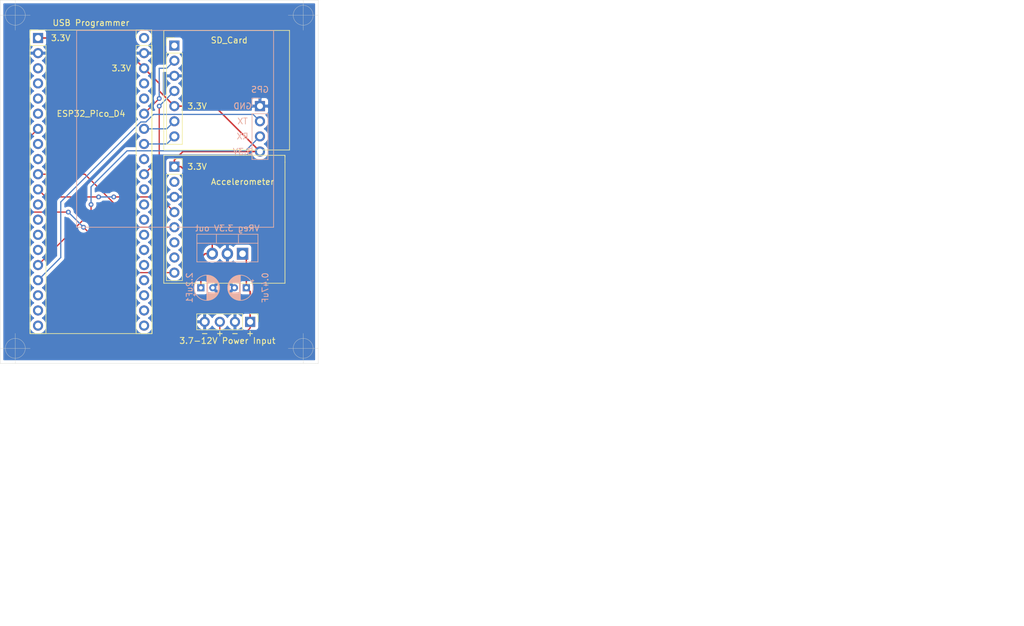
<source format=kicad_pcb>
(kicad_pcb (version 20171130) (host pcbnew "(5.1.5)-3")

  (general
    (thickness 1.6)
    (drawings 25)
    (tracks 74)
    (zones 0)
    (modules 9)
    (nets 13)
  )

  (page A4)
  (layers
    (0 F.Cu signal)
    (31 B.Cu signal)
    (32 B.Adhes user)
    (33 F.Adhes user)
    (34 B.Paste user)
    (35 F.Paste user)
    (36 B.SilkS user)
    (37 F.SilkS user)
    (38 B.Mask user)
    (39 F.Mask user)
    (40 Dwgs.User user hide)
    (41 Cmts.User user)
    (42 Eco1.User user)
    (43 Eco2.User user hide)
    (44 Edge.Cuts user)
    (45 Margin user)
    (46 B.CrtYd user)
    (47 F.CrtYd user)
    (48 B.Fab user)
    (49 F.Fab user hide)
  )

  (setup
    (last_trace_width 0.25)
    (user_trace_width 0.2)
    (trace_clearance 0.2)
    (zone_clearance 0.508)
    (zone_45_only no)
    (trace_min 0.2)
    (via_size 0.8)
    (via_drill 0.4)
    (via_min_size 0.4)
    (via_min_drill 0.3)
    (uvia_size 0.3)
    (uvia_drill 0.1)
    (uvias_allowed no)
    (uvia_min_size 0.2)
    (uvia_min_drill 0.1)
    (edge_width 0.05)
    (segment_width 0.2)
    (pcb_text_width 0.3)
    (pcb_text_size 1.5 1.5)
    (mod_edge_width 0.12)
    (mod_text_size 1 1)
    (mod_text_width 0.15)
    (pad_size 1.524 1.524)
    (pad_drill 0.762)
    (pad_to_mask_clearance 0.051)
    (solder_mask_min_width 0.25)
    (aux_axis_origin 109.22 55.88)
    (visible_elements 7FFFF7FF)
    (pcbplotparams
      (layerselection 0x010f0_ffffffff)
      (usegerberextensions true)
      (usegerberattributes false)
      (usegerberadvancedattributes false)
      (creategerberjobfile false)
      (excludeedgelayer true)
      (linewidth 0.100000)
      (plotframeref false)
      (viasonmask false)
      (mode 1)
      (useauxorigin false)
      (hpglpennumber 1)
      (hpglpenspeed 20)
      (hpglpendiameter 15.000000)
      (psnegative false)
      (psa4output false)
      (plotreference true)
      (plotvalue true)
      (plotinvisibletext false)
      (padsonsilk false)
      (subtractmaskfromsilk false)
      (outputformat 1)
      (mirror false)
      (drillshape 0)
      (scaleselection 1)
      (outputdirectory "Gerbers/"))
  )

  (net 0 "")
  (net 1 GND)
  (net 2 3.7-12Vin)
  (net 3 3.3V)
  (net 4 ACCEL_INT1)
  (net 5 ACCEL_SDA)
  (net 6 ACCEL_SCL)
  (net 7 SD_SCK)
  (net 8 SD_CS)
  (net 9 SD_DO)
  (net 10 SD_DI)
  (net 11 GPS_RX)
  (net 12 GPS_TX)

  (net_class Default "This is the default net class."
    (clearance 0.2)
    (trace_width 0.25)
    (via_dia 0.8)
    (via_drill 0.4)
    (uvia_dia 0.3)
    (uvia_drill 0.1)
    (add_net 3.3V)
    (add_net 3.7-12Vin)
    (add_net ACCEL_INT1)
    (add_net ACCEL_SCL)
    (add_net ACCEL_SDA)
    (add_net GND)
    (add_net GPS_RX)
    (add_net GPS_TX)
    (add_net SD_CS)
    (add_net SD_DI)
    (add_net SD_DO)
    (add_net SD_SCK)
  )

  (module "" (layer F.Cu) (tedit 0) (tstamp 0)
    (at 130.81 62.23)
    (fp_text reference "" (at 154.94 97.155) (layer F.SilkS)
      (effects (font (size 1.27 1.27) (thickness 0.15)))
    )
    (fp_text value "" (at 154.94 97.155) (layer F.SilkS)
      (effects (font (size 1.27 1.27) (thickness 0.15)))
    )
  )

  (module Package_TO_SOT_THT:TO-220-3_Vertical (layer B.Cu) (tedit 5AC8BA0D) (tstamp 5E5A586B)
    (at 154.94 97.155 180)
    (descr "TO-220-3, Vertical, RM 2.54mm, see https://www.vishay.com/docs/66542/to-220-1.pdf")
    (tags "TO-220-3 Vertical RM 2.54mm")
    (path /5E5AD978)
    (fp_text reference "VReg 3.3V out" (at 2.54 4.27) (layer B.SilkS)
      (effects (font (size 1 1) (thickness 0.15)) (justify mirror))
    )
    (fp_text value AZ2940 (at 2.54 -2.5) (layer B.Fab)
      (effects (font (size 1 1) (thickness 0.15)) (justify mirror))
    )
    (fp_text user %R (at 2.54 4.27) (layer B.Fab)
      (effects (font (size 1 1) (thickness 0.15)) (justify mirror))
    )
    (fp_line (start 7.79 3.4) (end -2.71 3.4) (layer B.CrtYd) (width 0.05))
    (fp_line (start 7.79 -1.51) (end 7.79 3.4) (layer B.CrtYd) (width 0.05))
    (fp_line (start -2.71 -1.51) (end 7.79 -1.51) (layer B.CrtYd) (width 0.05))
    (fp_line (start -2.71 3.4) (end -2.71 -1.51) (layer B.CrtYd) (width 0.05))
    (fp_line (start 4.391 3.27) (end 4.391 1.76) (layer B.SilkS) (width 0.12))
    (fp_line (start 0.69 3.27) (end 0.69 1.76) (layer B.SilkS) (width 0.12))
    (fp_line (start -2.58 1.76) (end 7.66 1.76) (layer B.SilkS) (width 0.12))
    (fp_line (start 7.66 3.27) (end 7.66 -1.371) (layer B.SilkS) (width 0.12))
    (fp_line (start -2.58 3.27) (end -2.58 -1.371) (layer B.SilkS) (width 0.12))
    (fp_line (start -2.58 -1.371) (end 7.66 -1.371) (layer B.SilkS) (width 0.12))
    (fp_line (start -2.58 3.27) (end 7.66 3.27) (layer B.SilkS) (width 0.12))
    (fp_line (start 4.39 3.15) (end 4.39 1.88) (layer B.Fab) (width 0.1))
    (fp_line (start 0.69 3.15) (end 0.69 1.88) (layer B.Fab) (width 0.1))
    (fp_line (start -2.46 1.88) (end 7.54 1.88) (layer B.Fab) (width 0.1))
    (fp_line (start 7.54 3.15) (end -2.46 3.15) (layer B.Fab) (width 0.1))
    (fp_line (start 7.54 -1.25) (end 7.54 3.15) (layer B.Fab) (width 0.1))
    (fp_line (start -2.46 -1.25) (end 7.54 -1.25) (layer B.Fab) (width 0.1))
    (fp_line (start -2.46 3.15) (end -2.46 -1.25) (layer B.Fab) (width 0.1))
    (pad 3 thru_hole oval (at 5.08 0 180) (size 1.905 2) (drill 1.1) (layers *.Cu *.Mask)
      (net 3 3.3V))
    (pad 2 thru_hole oval (at 2.54 0 180) (size 1.905 2) (drill 1.1) (layers *.Cu *.Mask)
      (net 1 GND))
    (pad 1 thru_hole rect (at 0 0 180) (size 1.905 2) (drill 1.1) (layers *.Cu *.Mask)
      (net 2 3.7-12Vin))
    (model ${KISYS3DMOD}/Package_TO_SOT_THT.3dshapes/TO-220-3_Vertical.wrl
      (at (xyz 0 0 0))
      (scale (xyz 1 1 1))
      (rotate (xyz 0 0 0))
    )
  )

  (module PMT_PCB:GPS (layer B.Cu) (tedit 5E59DBC9) (tstamp 5E5A8719)
    (at 143.51 76.2 180)
    (descr "Through hole straight socket strip, 1x04, 2.54mm pitch, single row (from Kicad 4.0.7), script generated")
    (tags "Through hole socket strip THT 1x04 2.54mm single row")
    (path /5E5FA209)
    (fp_text reference GPS (at -14.351 6.58) (layer B.SilkS)
      (effects (font (size 1 1) (thickness 0.15)) (justify mirror))
    )
    (fp_text value . (at -5.08 1.27) (layer B.Fab)
      (effects (font (size 1 1) (thickness 0.15)) (justify mirror))
    )
    (fp_line (start 16.383 -16.51) (end 16.383 16.51) (layer B.SilkS) (width 0.12))
    (fp_line (start -16.637 -16.51) (end 16.383 -16.51) (layer B.SilkS) (width 0.12))
    (fp_text user %R (at -14.351 0 270) (layer B.Fab)
      (effects (font (size 1 1) (thickness 0.15)) (justify mirror))
    )
    (fp_line (start -16.659 -16.512) (end -16.659 -5.312) (layer B.CrtYd) (width 0.05))
    (fp_line (start -13.109 -16.512) (end -16.659 -16.512) (layer B.CrtYd) (width 0.05))
    (fp_line (start -12.601 5.61) (end -12.601 -5.59) (layer B.CrtYd) (width 0.05))
    (fp_line (start -16.151 5.61) (end -12.601 5.61) (layer B.CrtYd) (width 0.05))
    (fp_line (start -14.351 5.14) (end -13.021 5.14) (layer B.SilkS) (width 0.12))
    (fp_line (start -13.021 5.14) (end -13.021 3.81) (layer B.SilkS) (width 0.12))
    (fp_line (start -13.021 2.54) (end -13.021 -5.14) (layer B.SilkS) (width 0.12))
    (fp_line (start -15.681 -5.14) (end -13.021 -5.14) (layer B.SilkS) (width 0.12))
    (fp_line (start -15.681 2.54) (end -15.681 -5.14) (layer B.SilkS) (width 0.12))
    (fp_line (start -15.681 2.54) (end -13.021 2.54) (layer B.SilkS) (width 0.12))
    (fp_line (start -15.621 -5.08) (end -15.621 5.08) (layer B.Fab) (width 0.1))
    (fp_line (start -13.081 -5.08) (end -15.621 -5.08) (layer B.Fab) (width 0.1))
    (fp_line (start -13.081 4.445) (end -13.081 -5.08) (layer B.Fab) (width 0.1))
    (fp_line (start -13.716 5.08) (end -13.081 4.445) (layer B.Fab) (width 0.1))
    (fp_line (start -15.621 5.08) (end -13.716 5.08) (layer B.Fab) (width 0.1))
    (fp_line (start -16.637 16.51) (end -16.637 -16.51) (layer B.SilkS) (width 0.12))
    (fp_line (start 16.383 16.51) (end -16.637 16.51) (layer B.SilkS) (width 0.12))
    (pad 4 thru_hole oval (at -14.351 -3.81 180) (size 1.7 1.7) (drill 1) (layers *.Cu *.Mask)
      (net 3 3.3V))
    (pad 3 thru_hole oval (at -14.351 -1.27 180) (size 1.7 1.7) (drill 1) (layers *.Cu *.Mask)
      (net 11 GPS_RX))
    (pad 2 thru_hole oval (at -14.351 1.27 180) (size 1.7 1.7) (drill 1) (layers *.Cu *.Mask)
      (net 12 GPS_TX))
    (pad 1 thru_hole rect (at -14.351 3.81 180) (size 1.7 1.7) (drill 1) (layers *.Cu *.Mask)
      (net 1 GND))
    (model ${KISYS3DMOD}/Connector_PinSocket_2.54mm.3dshapes/PinSocket_1x04_P2.54mm_Vertical.wrl
      (at (xyz 0 0 0))
      (scale (xyz 1 1 1))
      (rotate (xyz 0 0 0))
    )
  )

  (module PMT_PCB:Accelerometer_Breakout (layer F.Cu) (tedit 5E59DD8D) (tstamp 5E58AD7F)
    (at 143.51 82.55)
    (descr "Through hole straight socket strip, 1x08, 2.54mm pitch, single row (from Kicad 4.0.7), script generated")
    (tags "Through hole socket strip THT 1x08 2.54mm single row")
    (path /5E5861BF)
    (fp_text reference Accelerometer (at 11.43 2.54) (layer F.SilkS)
      (effects (font (size 1 1) (thickness 0.15)))
    )
    (fp_text value Conn_01x08 (at 14.605 9.652 90) (layer F.Fab)
      (effects (font (size 1 1) (thickness 0.15)))
    )
    (fp_line (start -1.778 -1.905) (end -1.778 19.558) (layer F.SilkS) (width 0.12))
    (fp_line (start 18.542 -1.905) (end -1.778 -1.905) (layer F.SilkS) (width 0.12))
    (fp_line (start 18.542 -1.778) (end 18.542 -1.905) (layer F.SilkS) (width 0.12))
    (fp_line (start 18.542 -1.651) (end 18.542 -1.778) (layer F.SilkS) (width 0.12))
    (fp_line (start 18.542 -0.762) (end 18.542 -1.651) (layer F.SilkS) (width 0.12))
    (fp_line (start 18.542 19.558) (end 18.542 -0.762) (layer F.SilkS) (width 0.12))
    (fp_line (start -1.778 19.558) (end 18.542 19.558) (layer F.SilkS) (width 0.12))
    (fp_text user %R (at 2.921 8.636 90) (layer F.Fab)
      (effects (font (size 1 1) (thickness 0.15)))
    )
    (fp_line (start -1.8 19.55) (end -1.8 -1.8) (layer F.CrtYd) (width 0.05))
    (fp_line (start 1.75 19.55) (end -1.8 19.55) (layer F.CrtYd) (width 0.05))
    (fp_line (start 1.75 -1.8) (end 1.75 19.55) (layer F.CrtYd) (width 0.05))
    (fp_line (start -1.8 -1.8) (end 1.75 -1.8) (layer F.CrtYd) (width 0.05))
    (fp_line (start 0 -1.33) (end 1.33 -1.33) (layer F.SilkS) (width 0.12))
    (fp_line (start 1.33 -1.33) (end 1.33 0) (layer F.SilkS) (width 0.12))
    (fp_line (start 1.33 1.27) (end 1.33 19.11) (layer F.SilkS) (width 0.12))
    (fp_line (start -1.33 19.11) (end 1.33 19.11) (layer F.SilkS) (width 0.12))
    (fp_line (start -1.33 1.27) (end -1.33 19.11) (layer F.SilkS) (width 0.12))
    (fp_line (start -1.33 1.27) (end 1.33 1.27) (layer F.SilkS) (width 0.12))
    (fp_line (start -1.27 19.05) (end -1.27 -1.27) (layer F.Fab) (width 0.1))
    (fp_line (start 1.27 19.05) (end -1.27 19.05) (layer F.Fab) (width 0.1))
    (fp_line (start 1.27 -0.635) (end 1.27 19.05) (layer F.Fab) (width 0.1))
    (fp_line (start 0.635 -1.27) (end 1.27 -0.635) (layer F.Fab) (width 0.1))
    (fp_line (start -1.27 -1.27) (end 0.635 -1.27) (layer F.Fab) (width 0.1))
    (pad 8 thru_hole oval (at 0 17.78) (size 1.7 1.7) (drill 1) (layers *.Cu *.Mask)
      (net 4 ACCEL_INT1))
    (pad 7 thru_hole oval (at 0 15.24) (size 1.7 1.7) (drill 1) (layers *.Cu *.Mask))
    (pad 6 thru_hole oval (at 0 12.7) (size 1.7 1.7) (drill 1) (layers *.Cu *.Mask))
    (pad 5 thru_hole oval (at 0 10.16) (size 1.7 1.7) (drill 1) (layers *.Cu *.Mask)
      (net 5 ACCEL_SDA))
    (pad 4 thru_hole oval (at 0 7.62) (size 1.7 1.7) (drill 1) (layers *.Cu *.Mask)
      (net 6 ACCEL_SCL))
    (pad 3 thru_hole oval (at 0 5.08) (size 1.7 1.7) (drill 1) (layers *.Cu *.Mask)
      (net 1 GND))
    (pad 2 thru_hole oval (at 0 2.54) (size 1.7 1.7) (drill 1) (layers *.Cu *.Mask))
    (pad 1 thru_hole rect (at 0 0) (size 1.7 1.7) (drill 1) (layers *.Cu *.Mask)
      (net 3 3.3V))
    (model ${KISYS3DMOD}/Connector_PinSocket_2.54mm.3dshapes/PinSocket_1x08_P2.54mm_Vertical.wrl
      (at (xyz 0 0 0))
      (scale (xyz 1 1 1))
      (rotate (xyz 0 0 0))
    )
  )

  (module Connector_PinHeader_2.54mm:PinHeader_1x04_P2.54mm_Vertical (layer F.Cu) (tedit 59FED5CC) (tstamp 5E5A5833)
    (at 156.21 108.585 270)
    (descr "Through hole straight pin header, 1x04, 2.54mm pitch, single row")
    (tags "Through hole pin header THT 1x04 2.54mm single row")
    (path /5E5B59D6)
    (fp_text reference "3.7-12V Power Input" (at 3.175 3.81) (layer F.SilkS)
      (effects (font (size 1 1) (thickness 0.15)))
    )
    (fp_text value Conn_01x04 (at 0 9.95 270) (layer F.Fab)
      (effects (font (size 1 1) (thickness 0.15)))
    )
    (fp_text user %R (at 0 3.81 180) (layer F.Fab)
      (effects (font (size 1 1) (thickness 0.15)))
    )
    (fp_line (start 1.8 -1.8) (end -1.8 -1.8) (layer F.CrtYd) (width 0.05))
    (fp_line (start 1.8 9.4) (end 1.8 -1.8) (layer F.CrtYd) (width 0.05))
    (fp_line (start -1.8 9.4) (end 1.8 9.4) (layer F.CrtYd) (width 0.05))
    (fp_line (start -1.8 -1.8) (end -1.8 9.4) (layer F.CrtYd) (width 0.05))
    (fp_line (start -1.33 -1.33) (end 0 -1.33) (layer F.SilkS) (width 0.12))
    (fp_line (start -1.33 0) (end -1.33 -1.33) (layer F.SilkS) (width 0.12))
    (fp_line (start -1.33 1.27) (end 1.33 1.27) (layer F.SilkS) (width 0.12))
    (fp_line (start 1.33 1.27) (end 1.33 8.95) (layer F.SilkS) (width 0.12))
    (fp_line (start -1.33 1.27) (end -1.33 8.95) (layer F.SilkS) (width 0.12))
    (fp_line (start -1.33 8.95) (end 1.33 8.95) (layer F.SilkS) (width 0.12))
    (fp_line (start -1.27 -0.635) (end -0.635 -1.27) (layer F.Fab) (width 0.1))
    (fp_line (start -1.27 8.89) (end -1.27 -0.635) (layer F.Fab) (width 0.1))
    (fp_line (start 1.27 8.89) (end -1.27 8.89) (layer F.Fab) (width 0.1))
    (fp_line (start 1.27 -1.27) (end 1.27 8.89) (layer F.Fab) (width 0.1))
    (fp_line (start -0.635 -1.27) (end 1.27 -1.27) (layer F.Fab) (width 0.1))
    (pad 4 thru_hole oval (at 0 7.62 270) (size 1.7 1.7) (drill 1) (layers *.Cu *.Mask)
      (net 1 GND))
    (pad 3 thru_hole oval (at 0 5.08 270) (size 1.7 1.7) (drill 1) (layers *.Cu *.Mask)
      (net 2 3.7-12Vin))
    (pad 2 thru_hole oval (at 0 2.54 270) (size 1.7 1.7) (drill 1) (layers *.Cu *.Mask)
      (net 1 GND))
    (pad 1 thru_hole rect (at 0 0 270) (size 1.7 1.7) (drill 1) (layers *.Cu *.Mask)
      (net 2 3.7-12Vin))
    (model ${KISYS3DMOD}/Connector_PinHeader_2.54mm.3dshapes/PinHeader_1x04_P2.54mm_Vertical.wrl
      (at (xyz 0 0 0))
      (scale (xyz 1 1 1))
      (rotate (xyz 0 0 0))
    )
  )

  (module PMT_PCB:SD_Card_Breakout (layer F.Cu) (tedit 5E59D04C) (tstamp 5E58AE10)
    (at 143.51 62.23)
    (descr "Through hole straight pin header, 1x07, 2.54mm pitch, single row")
    (tags "Through hole pin header THT 1x07 2.54mm single row")
    (path /5E57A931)
    (fp_text reference SD_Card (at 9.194999 -0.889) (layer F.SilkS)
      (effects (font (size 1 1) (thickness 0.15)))
    )
    (fp_text value Conn_01x07 (at 10.16 15.367) (layer F.Fab)
      (effects (font (size 1 1) (thickness 0.15)))
    )
    (fp_line (start -0.635 -1.27) (end 1.27 -1.27) (layer F.Fab) (width 0.1))
    (fp_line (start 1.27 -1.27) (end 1.27 16.51) (layer F.Fab) (width 0.1))
    (fp_line (start 1.27 16.51) (end -1.27 16.51) (layer F.Fab) (width 0.1))
    (fp_line (start -1.27 16.51) (end -1.27 -0.635) (layer F.Fab) (width 0.1))
    (fp_line (start -1.27 -0.635) (end -0.635 -1.27) (layer F.Fab) (width 0.1))
    (fp_line (start -1.33 16.57) (end 1.33 16.57) (layer F.SilkS) (width 0.12))
    (fp_line (start -1.33 1.27) (end -1.33 16.57) (layer F.SilkS) (width 0.12))
    (fp_line (start 1.33 1.27) (end 1.33 16.57) (layer F.SilkS) (width 0.12))
    (fp_line (start -1.33 1.27) (end 1.33 1.27) (layer F.SilkS) (width 0.12))
    (fp_line (start -1.33 0) (end -1.33 -1.33) (layer F.SilkS) (width 0.12))
    (fp_line (start -1.33 -1.33) (end 0 -1.33) (layer F.SilkS) (width 0.12))
    (fp_line (start -1.8 -1.8) (end -1.8 17.05) (layer F.CrtYd) (width 0.05))
    (fp_line (start -1.8 17.05) (end 1.8 17.05) (layer F.CrtYd) (width 0.05))
    (fp_line (start 1.8 17.05) (end 1.8 -1.8) (layer F.CrtYd) (width 0.05))
    (fp_line (start 1.8 -1.8) (end -1.8 -1.8) (layer F.CrtYd) (width 0.05))
    (fp_text user %R (at 2.921 7.62 90) (layer F.Fab)
      (effects (font (size 1 1) (thickness 0.15)))
    )
    (fp_line (start -1.778 17.526) (end 19.304 17.526) (layer F.SilkS) (width 0.12))
    (fp_line (start 19.304 17.526) (end 19.304 -2.54) (layer F.SilkS) (width 0.12))
    (fp_line (start -1.778 -2.54) (end -1.778 17.526) (layer F.SilkS) (width 0.12))
    (fp_line (start 19.304 -2.54) (end -1.778 -2.54) (layer F.SilkS) (width 0.12))
    (pad 1 thru_hole rect (at 0 0) (size 1.7 1.7) (drill 1) (layers *.Cu *.Mask))
    (pad 2 thru_hole oval (at 0 2.54) (size 1.7 1.7) (drill 1) (layers *.Cu *.Mask)
      (net 9 SD_DO))
    (pad 3 thru_hole oval (at 0 5.08) (size 1.7 1.7) (drill 1) (layers *.Cu *.Mask)
      (net 1 GND))
    (pad 4 thru_hole oval (at 0 7.62) (size 1.7 1.7) (drill 1) (layers *.Cu *.Mask)
      (net 7 SD_SCK))
    (pad 5 thru_hole oval (at 0 10.16) (size 1.7 1.7) (drill 1) (layers *.Cu *.Mask)
      (net 3 3.3V))
    (pad 6 thru_hole oval (at 0 12.7) (size 1.7 1.7) (drill 1) (layers *.Cu *.Mask)
      (net 10 SD_DI))
    (pad 7 thru_hole oval (at 0 15.24) (size 1.7 1.7) (drill 1) (layers *.Cu *.Mask)
      (net 8 SD_CS))
    (model ${KISYS3DMOD}/Connector_PinHeader_2.54mm.3dshapes/PinHeader_1x07_P2.54mm_Vertical.wrl
      (at (xyz 0 0 0))
      (scale (xyz 1 1 1))
      (rotate (xyz 0 0 0))
    )
  )

  (module PMT_PCB:ESP32_Pico_D4 (layer F.Cu) (tedit 5E59E692) (tstamp 5E58ADC5)
    (at 129.54 59.69)
    (descr "Through hole straight pin header, 1x20, 2.54mm pitch, single row")
    (tags "Through hole pin header THT 1x20 2.54mm single row")
    (path /5E5F3168)
    (fp_text reference ESP32_Pico_D4 (at 0 13.97) (layer F.SilkS)
      (effects (font (size 1 1) (thickness 0.15)))
    )
    (fp_text value ESP32_Pico_D4 (at 0 48.26) (layer F.Fab)
      (effects (font (size 1 1) (thickness 0.15)))
    )
    (fp_line (start -7.493 -0.06) (end 10.16 -0.06) (layer F.SilkS) (width 0.12))
    (fp_line (start -7.62 -0.06) (end -7.493 -0.06) (layer F.SilkS) (width 0.12))
    (fp_line (start -10.22 -0.06) (end -7.62 -0.06) (layer F.SilkS) (width 0.12))
    (fp_line (start -10.22 -0.06) (end -10.22 50.86) (layer F.SilkS) (width 0.12))
    (fp_line (start 10.22 50.86) (end 10.16 -0.127) (layer F.SilkS) (width 0.12))
    (fp_line (start -10.22 50.86) (end 10.22 50.86) (layer F.SilkS) (width 0.12))
    (fp_line (start 10.16 0) (end 10.16 50.8) (layer F.Fab) (width 0.1))
    (fp_line (start 10.16 50.8) (end 7.62 50.8) (layer F.Fab) (width 0.1))
    (fp_line (start 7.56 2.54) (end 10.22 2.54) (layer F.SilkS) (width 0.12))
    (fp_line (start 8.255 0) (end 10.16 0) (layer F.Fab) (width 0.1))
    (fp_line (start 7.56 1.27) (end 7.56 -0.06) (layer F.SilkS) (width 0.12))
    (fp_line (start 7.62 50.8) (end 7.62 0.635) (layer F.Fab) (width 0.1))
    (fp_line (start 7.56 -0.06) (end 8.89 -0.06) (layer F.SilkS) (width 0.12))
    (fp_line (start 7.56 2.54) (end 7.56 50.86) (layer F.SilkS) (width 0.12))
    (fp_line (start 7.62 0.635) (end 8.255 0) (layer F.Fab) (width 0.1))
    (fp_line (start 7.56 50.86) (end 10.22 50.86) (layer F.SilkS) (width 0.12))
    (fp_line (start 10.22 2.54) (end 10.22 50.86) (layer F.SilkS) (width 0.12))
    (fp_line (start 10.69 -0.53) (end 7.09 -0.53) (layer F.CrtYd) (width 0.05))
    (fp_text user %R (at -8.89 25.4 90) (layer F.Fab)
      (effects (font (size 1 1) (thickness 0.15)))
    )
    (fp_line (start -7.62 0) (end -7.62 50.8) (layer F.Fab) (width 0.1))
    (fp_line (start -7.62 50.8) (end -10.16 50.8) (layer F.Fab) (width 0.1))
    (fp_line (start -10.22 2.54) (end -7.56 2.54) (layer F.SilkS) (width 0.12))
    (fp_line (start -9.525 0) (end -7.62 0) (layer F.Fab) (width 0.1))
    (fp_line (start -10.22 1.27) (end -10.22 -0.06) (layer F.SilkS) (width 0.12))
    (fp_line (start -10.16 50.8) (end -10.16 0.635) (layer F.Fab) (width 0.1))
    (fp_line (start -10.22 -0.06) (end -8.89 -0.06) (layer F.SilkS) (width 0.12))
    (fp_line (start -10.22 2.54) (end -10.22 50.86) (layer F.SilkS) (width 0.12))
    (fp_line (start -10.16 0.635) (end -9.525 0) (layer F.Fab) (width 0.1))
    (fp_line (start -10.22 50.86) (end -7.56 50.86) (layer F.SilkS) (width 0.12))
    (fp_line (start -7.56 2.54) (end -7.56 50.86) (layer F.SilkS) (width 0.12))
    (fp_line (start -7.09 -0.53) (end -10.69 -0.53) (layer F.CrtYd) (width 0.05))
    (fp_text user %R (at -8.89 25.4 90) (layer F.Fab)
      (effects (font (size 1 1) (thickness 0.15)))
    )
    (pad 40 thru_hole circle (at 8.89 1.27) (size 1.7 1.7) (drill 1) (layers *.Cu *.Mask))
    (pad 31 thru_hole oval (at 8.89 24.13) (size 1.7 1.7) (drill 1) (layers *.Cu *.Mask)
      (net 7 SD_SCK))
    (pad 30 thru_hole oval (at 8.89 26.67) (size 1.7 1.7) (drill 1) (layers *.Cu *.Mask))
    (pad 29 thru_hole oval (at 8.89 29.21) (size 1.7 1.7) (drill 1) (layers *.Cu *.Mask))
    (pad 36 thru_hole oval (at 8.89 11.43) (size 1.7 1.7) (drill 1) (layers *.Cu *.Mask))
    (pad 39 thru_hole oval (at 8.89 3.81) (size 1.7 1.7) (drill 1) (layers *.Cu *.Mask)
      (net 1 GND))
    (pad 33 thru_hole oval (at 8.89 19.05) (size 1.7 1.7) (drill 1) (layers *.Cu *.Mask)
      (net 8 SD_CS))
    (pad 32 thru_hole oval (at 8.89 21.59) (size 1.7 1.7) (drill 1) (layers *.Cu *.Mask))
    (pad 26 thru_hole oval (at 8.89 36.83) (size 1.7 1.7) (drill 1) (layers *.Cu *.Mask))
    (pad 22 thru_hole oval (at 8.89 46.99) (size 1.7 1.7) (drill 1) (layers *.Cu *.Mask))
    (pad 37 thru_hole oval (at 8.89 8.89) (size 1.7 1.7) (drill 1) (layers *.Cu *.Mask))
    (pad 38 thru_hole oval (at 8.89 6.35) (size 1.7 1.7) (drill 1) (layers *.Cu *.Mask)
      (net 3 3.3V))
    (pad 25 thru_hole oval (at 8.89 39.37) (size 1.7 1.7) (drill 1) (layers *.Cu *.Mask))
    (pad 21 thru_hole oval (at 8.89 49.53) (size 1.7 1.7) (drill 1) (layers *.Cu *.Mask))
    (pad 23 thru_hole oval (at 8.89 44.45) (size 1.7 1.7) (drill 1) (layers *.Cu *.Mask))
    (pad 28 thru_hole oval (at 8.89 31.75) (size 1.7 1.7) (drill 1) (layers *.Cu *.Mask))
    (pad 35 thru_hole oval (at 8.89 13.97) (size 1.7 1.7) (drill 1) (layers *.Cu *.Mask)
      (net 9 SD_DO))
    (pad 27 thru_hole oval (at 8.89 34.29) (size 1.7 1.7) (drill 1) (layers *.Cu *.Mask))
    (pad 34 thru_hole oval (at 8.89 16.51) (size 1.7 1.7) (drill 1) (layers *.Cu *.Mask)
      (net 10 SD_DI))
    (pad 24 thru_hole oval (at 8.89 41.91) (size 1.7 1.7) (drill 1) (layers *.Cu *.Mask))
    (pad 1 thru_hole rect (at -8.89 1.27) (size 1.7 1.7) (drill 1) (layers *.Cu *.Mask)
      (net 3 3.3V))
    (pad 10 thru_hole oval (at -8.89 24.13) (size 1.7 1.7) (drill 1) (layers *.Cu *.Mask)
      (net 5 ACCEL_SDA))
    (pad 11 thru_hole oval (at -8.89 26.67) (size 1.7 1.7) (drill 1) (layers *.Cu *.Mask)
      (net 6 ACCEL_SCL))
    (pad 12 thru_hole oval (at -8.89 29.21) (size 1.7 1.7) (drill 1) (layers *.Cu *.Mask))
    (pad 5 thru_hole oval (at -8.89 11.43) (size 1.7 1.7) (drill 1) (layers *.Cu *.Mask))
    (pad 2 thru_hole oval (at -8.89 3.81) (size 1.7 1.7) (drill 1) (layers *.Cu *.Mask)
      (net 1 GND))
    (pad 8 thru_hole oval (at -8.89 19.05) (size 1.7 1.7) (drill 1) (layers *.Cu *.Mask))
    (pad 9 thru_hole oval (at -8.89 21.59) (size 1.7 1.7) (drill 1) (layers *.Cu *.Mask))
    (pad 15 thru_hole oval (at -8.89 36.83) (size 1.7 1.7) (drill 1) (layers *.Cu *.Mask))
    (pad 19 thru_hole oval (at -8.89 46.99) (size 1.7 1.7) (drill 1) (layers *.Cu *.Mask))
    (pad 4 thru_hole oval (at -8.89 8.89) (size 1.7 1.7) (drill 1) (layers *.Cu *.Mask))
    (pad 3 thru_hole oval (at -8.89 6.35) (size 1.7 1.7) (drill 1) (layers *.Cu *.Mask))
    (pad 16 thru_hole oval (at -8.89 39.37) (size 1.7 1.7) (drill 1) (layers *.Cu *.Mask)
      (net 11 GPS_RX))
    (pad 20 thru_hole oval (at -8.89 49.53) (size 1.7 1.7) (drill 1) (layers *.Cu *.Mask))
    (pad 18 thru_hole oval (at -8.89 44.45) (size 1.7 1.7) (drill 1) (layers *.Cu *.Mask))
    (pad 13 thru_hole oval (at -8.89 31.75) (size 1.7 1.7) (drill 1) (layers *.Cu *.Mask))
    (pad 6 thru_hole oval (at -8.89 13.97) (size 1.7 1.7) (drill 1) (layers *.Cu *.Mask))
    (pad 14 thru_hole oval (at -8.89 34.29) (size 1.7 1.7) (drill 1) (layers *.Cu *.Mask))
    (pad 7 thru_hole oval (at -8.89 16.51) (size 1.7 1.7) (drill 1) (layers *.Cu *.Mask)
      (net 4 ACCEL_INT1))
    (pad 17 thru_hole oval (at -8.89 41.91) (size 1.7 1.7) (drill 1) (layers *.Cu *.Mask)
      (net 12 GPS_TX))
    (model ${KISYS3DMOD}/Connector_PinHeader_2.54mm.3dshapes/PinHeader_1x20_P2.54mm_Vertical.wrl
      (at (xyz 0 0 0))
      (scale (xyz 1 1 1))
      (rotate (xyz 0 0 0))
    )
  )

  (module Capacitor_THT:CP_Radial_D4.0mm_P2.00mm (layer B.Cu) (tedit 5AE50EF0) (tstamp 5E58AD63)
    (at 147.955 102.87)
    (descr "CP, Radial series, Radial, pin pitch=2.00mm, , diameter=4mm, Electrolytic Capacitor")
    (tags "CP Radial series Radial pin pitch 2.00mm  diameter 4mm Electrolytic Capacitor")
    (path /5E599DA7)
    (fp_text reference 2.2uF1 (at -1.905 0 270) (layer B.SilkS)
      (effects (font (size 1 1) (thickness 0.15)) (justify mirror))
    )
    (fp_text value C (at 1 1.27) (layer B.Fab)
      (effects (font (size 1 1) (thickness 0.15)) (justify mirror))
    )
    (fp_line (start -1.069801 1.395) (end -1.069801 0.995) (layer B.SilkS) (width 0.12))
    (fp_line (start -1.269801 1.195) (end -0.869801 1.195) (layer B.SilkS) (width 0.12))
    (fp_line (start 3.081 0.37) (end 3.081 -0.37) (layer B.SilkS) (width 0.12))
    (fp_line (start 3.041 0.537) (end 3.041 -0.537) (layer B.SilkS) (width 0.12))
    (fp_line (start 3.001 0.664) (end 3.001 -0.664) (layer B.SilkS) (width 0.12))
    (fp_line (start 2.961 0.768) (end 2.961 -0.768) (layer B.SilkS) (width 0.12))
    (fp_line (start 2.921 0.859) (end 2.921 -0.859) (layer B.SilkS) (width 0.12))
    (fp_line (start 2.881 0.94) (end 2.881 -0.94) (layer B.SilkS) (width 0.12))
    (fp_line (start 2.841 1.013) (end 2.841 -1.013) (layer B.SilkS) (width 0.12))
    (fp_line (start 2.801 -0.84) (end 2.801 -1.08) (layer B.SilkS) (width 0.12))
    (fp_line (start 2.801 1.08) (end 2.801 0.84) (layer B.SilkS) (width 0.12))
    (fp_line (start 2.761 -0.84) (end 2.761 -1.142) (layer B.SilkS) (width 0.12))
    (fp_line (start 2.761 1.142) (end 2.761 0.84) (layer B.SilkS) (width 0.12))
    (fp_line (start 2.721 -0.84) (end 2.721 -1.2) (layer B.SilkS) (width 0.12))
    (fp_line (start 2.721 1.2) (end 2.721 0.84) (layer B.SilkS) (width 0.12))
    (fp_line (start 2.681 -0.84) (end 2.681 -1.254) (layer B.SilkS) (width 0.12))
    (fp_line (start 2.681 1.254) (end 2.681 0.84) (layer B.SilkS) (width 0.12))
    (fp_line (start 2.641 -0.84) (end 2.641 -1.304) (layer B.SilkS) (width 0.12))
    (fp_line (start 2.641 1.304) (end 2.641 0.84) (layer B.SilkS) (width 0.12))
    (fp_line (start 2.601 -0.84) (end 2.601 -1.351) (layer B.SilkS) (width 0.12))
    (fp_line (start 2.601 1.351) (end 2.601 0.84) (layer B.SilkS) (width 0.12))
    (fp_line (start 2.561 -0.84) (end 2.561 -1.396) (layer B.SilkS) (width 0.12))
    (fp_line (start 2.561 1.396) (end 2.561 0.84) (layer B.SilkS) (width 0.12))
    (fp_line (start 2.521 -0.84) (end 2.521 -1.438) (layer B.SilkS) (width 0.12))
    (fp_line (start 2.521 1.438) (end 2.521 0.84) (layer B.SilkS) (width 0.12))
    (fp_line (start 2.481 -0.84) (end 2.481 -1.478) (layer B.SilkS) (width 0.12))
    (fp_line (start 2.481 1.478) (end 2.481 0.84) (layer B.SilkS) (width 0.12))
    (fp_line (start 2.441 -0.84) (end 2.441 -1.516) (layer B.SilkS) (width 0.12))
    (fp_line (start 2.441 1.516) (end 2.441 0.84) (layer B.SilkS) (width 0.12))
    (fp_line (start 2.401 -0.84) (end 2.401 -1.552) (layer B.SilkS) (width 0.12))
    (fp_line (start 2.401 1.552) (end 2.401 0.84) (layer B.SilkS) (width 0.12))
    (fp_line (start 2.361 -0.84) (end 2.361 -1.587) (layer B.SilkS) (width 0.12))
    (fp_line (start 2.361 1.587) (end 2.361 0.84) (layer B.SilkS) (width 0.12))
    (fp_line (start 2.321 -0.84) (end 2.321 -1.619) (layer B.SilkS) (width 0.12))
    (fp_line (start 2.321 1.619) (end 2.321 0.84) (layer B.SilkS) (width 0.12))
    (fp_line (start 2.281 -0.84) (end 2.281 -1.65) (layer B.SilkS) (width 0.12))
    (fp_line (start 2.281 1.65) (end 2.281 0.84) (layer B.SilkS) (width 0.12))
    (fp_line (start 2.241 -0.84) (end 2.241 -1.68) (layer B.SilkS) (width 0.12))
    (fp_line (start 2.241 1.68) (end 2.241 0.84) (layer B.SilkS) (width 0.12))
    (fp_line (start 2.201 -0.84) (end 2.201 -1.708) (layer B.SilkS) (width 0.12))
    (fp_line (start 2.201 1.708) (end 2.201 0.84) (layer B.SilkS) (width 0.12))
    (fp_line (start 2.161 -0.84) (end 2.161 -1.735) (layer B.SilkS) (width 0.12))
    (fp_line (start 2.161 1.735) (end 2.161 0.84) (layer B.SilkS) (width 0.12))
    (fp_line (start 2.121 -0.84) (end 2.121 -1.76) (layer B.SilkS) (width 0.12))
    (fp_line (start 2.121 1.76) (end 2.121 0.84) (layer B.SilkS) (width 0.12))
    (fp_line (start 2.081 -0.84) (end 2.081 -1.785) (layer B.SilkS) (width 0.12))
    (fp_line (start 2.081 1.785) (end 2.081 0.84) (layer B.SilkS) (width 0.12))
    (fp_line (start 2.041 -0.84) (end 2.041 -1.808) (layer B.SilkS) (width 0.12))
    (fp_line (start 2.041 1.808) (end 2.041 0.84) (layer B.SilkS) (width 0.12))
    (fp_line (start 2.001 -0.84) (end 2.001 -1.83) (layer B.SilkS) (width 0.12))
    (fp_line (start 2.001 1.83) (end 2.001 0.84) (layer B.SilkS) (width 0.12))
    (fp_line (start 1.961 -0.84) (end 1.961 -1.851) (layer B.SilkS) (width 0.12))
    (fp_line (start 1.961 1.851) (end 1.961 0.84) (layer B.SilkS) (width 0.12))
    (fp_line (start 1.921 -0.84) (end 1.921 -1.87) (layer B.SilkS) (width 0.12))
    (fp_line (start 1.921 1.87) (end 1.921 0.84) (layer B.SilkS) (width 0.12))
    (fp_line (start 1.881 -0.84) (end 1.881 -1.889) (layer B.SilkS) (width 0.12))
    (fp_line (start 1.881 1.889) (end 1.881 0.84) (layer B.SilkS) (width 0.12))
    (fp_line (start 1.841 -0.84) (end 1.841 -1.907) (layer B.SilkS) (width 0.12))
    (fp_line (start 1.841 1.907) (end 1.841 0.84) (layer B.SilkS) (width 0.12))
    (fp_line (start 1.801 -0.84) (end 1.801 -1.924) (layer B.SilkS) (width 0.12))
    (fp_line (start 1.801 1.924) (end 1.801 0.84) (layer B.SilkS) (width 0.12))
    (fp_line (start 1.761 -0.84) (end 1.761 -1.94) (layer B.SilkS) (width 0.12))
    (fp_line (start 1.761 1.94) (end 1.761 0.84) (layer B.SilkS) (width 0.12))
    (fp_line (start 1.721 -0.84) (end 1.721 -1.954) (layer B.SilkS) (width 0.12))
    (fp_line (start 1.721 1.954) (end 1.721 0.84) (layer B.SilkS) (width 0.12))
    (fp_line (start 1.68 -0.84) (end 1.68 -1.968) (layer B.SilkS) (width 0.12))
    (fp_line (start 1.68 1.968) (end 1.68 0.84) (layer B.SilkS) (width 0.12))
    (fp_line (start 1.64 -0.84) (end 1.64 -1.982) (layer B.SilkS) (width 0.12))
    (fp_line (start 1.64 1.982) (end 1.64 0.84) (layer B.SilkS) (width 0.12))
    (fp_line (start 1.6 -0.84) (end 1.6 -1.994) (layer B.SilkS) (width 0.12))
    (fp_line (start 1.6 1.994) (end 1.6 0.84) (layer B.SilkS) (width 0.12))
    (fp_line (start 1.56 -0.84) (end 1.56 -2.005) (layer B.SilkS) (width 0.12))
    (fp_line (start 1.56 2.005) (end 1.56 0.84) (layer B.SilkS) (width 0.12))
    (fp_line (start 1.52 -0.84) (end 1.52 -2.016) (layer B.SilkS) (width 0.12))
    (fp_line (start 1.52 2.016) (end 1.52 0.84) (layer B.SilkS) (width 0.12))
    (fp_line (start 1.48 -0.84) (end 1.48 -2.025) (layer B.SilkS) (width 0.12))
    (fp_line (start 1.48 2.025) (end 1.48 0.84) (layer B.SilkS) (width 0.12))
    (fp_line (start 1.44 -0.84) (end 1.44 -2.034) (layer B.SilkS) (width 0.12))
    (fp_line (start 1.44 2.034) (end 1.44 0.84) (layer B.SilkS) (width 0.12))
    (fp_line (start 1.4 -0.84) (end 1.4 -2.042) (layer B.SilkS) (width 0.12))
    (fp_line (start 1.4 2.042) (end 1.4 0.84) (layer B.SilkS) (width 0.12))
    (fp_line (start 1.36 -0.84) (end 1.36 -2.05) (layer B.SilkS) (width 0.12))
    (fp_line (start 1.36 2.05) (end 1.36 0.84) (layer B.SilkS) (width 0.12))
    (fp_line (start 1.32 -0.84) (end 1.32 -2.056) (layer B.SilkS) (width 0.12))
    (fp_line (start 1.32 2.056) (end 1.32 0.84) (layer B.SilkS) (width 0.12))
    (fp_line (start 1.28 -0.84) (end 1.28 -2.062) (layer B.SilkS) (width 0.12))
    (fp_line (start 1.28 2.062) (end 1.28 0.84) (layer B.SilkS) (width 0.12))
    (fp_line (start 1.24 -0.84) (end 1.24 -2.067) (layer B.SilkS) (width 0.12))
    (fp_line (start 1.24 2.067) (end 1.24 0.84) (layer B.SilkS) (width 0.12))
    (fp_line (start 1.2 -0.84) (end 1.2 -2.071) (layer B.SilkS) (width 0.12))
    (fp_line (start 1.2 2.071) (end 1.2 0.84) (layer B.SilkS) (width 0.12))
    (fp_line (start 1.16 2.074) (end 1.16 -2.074) (layer B.SilkS) (width 0.12))
    (fp_line (start 1.12 2.077) (end 1.12 -2.077) (layer B.SilkS) (width 0.12))
    (fp_line (start 1.08 2.079) (end 1.08 -2.079) (layer B.SilkS) (width 0.12))
    (fp_line (start 1.04 2.08) (end 1.04 -2.08) (layer B.SilkS) (width 0.12))
    (fp_line (start 1 2.08) (end 1 -2.08) (layer B.SilkS) (width 0.12))
    (fp_line (start -0.502554 1.0675) (end -0.502554 0.6675) (layer B.Fab) (width 0.1))
    (fp_line (start -0.702554 0.8675) (end -0.302554 0.8675) (layer B.Fab) (width 0.1))
    (fp_circle (center 1 0) (end 3.25 0) (layer B.CrtYd) (width 0.05))
    (fp_circle (center 1 0) (end 3.12 0) (layer B.SilkS) (width 0.12))
    (fp_circle (center 1 0) (end 3 0) (layer B.Fab) (width 0.1))
    (pad 2 thru_hole circle (at 2 0) (size 1.2 1.2) (drill 0.6) (layers *.Cu *.Mask)
      (net 1 GND))
    (pad 1 thru_hole rect (at 0 0) (size 1.2 1.2) (drill 0.6) (layers *.Cu *.Mask)
      (net 3 3.3V))
    (model ${KISYS3DMOD}/Capacitor_THT.3dshapes/CP_Radial_D4.0mm_P2.00mm.wrl
      (at (xyz 0 0 0))
      (scale (xyz 1 1 1))
      (rotate (xyz 0 0 0))
    )
  )

  (module Capacitor_THT:CP_Radial_D4.0mm_P2.00mm (layer B.Cu) (tedit 5AE50EF0) (tstamp 5E58ACF7)
    (at 155.575 102.87 180)
    (descr "CP, Radial series, Radial, pin pitch=2.00mm, , diameter=4mm, Electrolytic Capacitor")
    (tags "CP Radial series Radial pin pitch 2.00mm  diameter 4mm Electrolytic Capacitor")
    (path /5E598D14)
    (fp_text reference 0.47uF (at -3.175 0 90) (layer B.SilkS)
      (effects (font (size 1 1) (thickness 0.15)) (justify mirror))
    )
    (fp_text value C (at 1 -1.27) (layer B.Fab)
      (effects (font (size 1 1) (thickness 0.15)) (justify mirror))
    )
    (fp_circle (center 1 0) (end 3 0) (layer B.Fab) (width 0.1))
    (fp_circle (center 1 0) (end 3.12 0) (layer B.SilkS) (width 0.12))
    (fp_circle (center 1 0) (end 3.25 0) (layer B.CrtYd) (width 0.05))
    (fp_line (start -0.702554 0.8675) (end -0.302554 0.8675) (layer B.Fab) (width 0.1))
    (fp_line (start -0.502554 1.0675) (end -0.502554 0.6675) (layer B.Fab) (width 0.1))
    (fp_line (start 1 2.08) (end 1 -2.08) (layer B.SilkS) (width 0.12))
    (fp_line (start 1.04 2.08) (end 1.04 -2.08) (layer B.SilkS) (width 0.12))
    (fp_line (start 1.08 2.079) (end 1.08 -2.079) (layer B.SilkS) (width 0.12))
    (fp_line (start 1.12 2.077) (end 1.12 -2.077) (layer B.SilkS) (width 0.12))
    (fp_line (start 1.16 2.074) (end 1.16 -2.074) (layer B.SilkS) (width 0.12))
    (fp_line (start 1.2 2.071) (end 1.2 0.84) (layer B.SilkS) (width 0.12))
    (fp_line (start 1.2 -0.84) (end 1.2 -2.071) (layer B.SilkS) (width 0.12))
    (fp_line (start 1.24 2.067) (end 1.24 0.84) (layer B.SilkS) (width 0.12))
    (fp_line (start 1.24 -0.84) (end 1.24 -2.067) (layer B.SilkS) (width 0.12))
    (fp_line (start 1.28 2.062) (end 1.28 0.84) (layer B.SilkS) (width 0.12))
    (fp_line (start 1.28 -0.84) (end 1.28 -2.062) (layer B.SilkS) (width 0.12))
    (fp_line (start 1.32 2.056) (end 1.32 0.84) (layer B.SilkS) (width 0.12))
    (fp_line (start 1.32 -0.84) (end 1.32 -2.056) (layer B.SilkS) (width 0.12))
    (fp_line (start 1.36 2.05) (end 1.36 0.84) (layer B.SilkS) (width 0.12))
    (fp_line (start 1.36 -0.84) (end 1.36 -2.05) (layer B.SilkS) (width 0.12))
    (fp_line (start 1.4 2.042) (end 1.4 0.84) (layer B.SilkS) (width 0.12))
    (fp_line (start 1.4 -0.84) (end 1.4 -2.042) (layer B.SilkS) (width 0.12))
    (fp_line (start 1.44 2.034) (end 1.44 0.84) (layer B.SilkS) (width 0.12))
    (fp_line (start 1.44 -0.84) (end 1.44 -2.034) (layer B.SilkS) (width 0.12))
    (fp_line (start 1.48 2.025) (end 1.48 0.84) (layer B.SilkS) (width 0.12))
    (fp_line (start 1.48 -0.84) (end 1.48 -2.025) (layer B.SilkS) (width 0.12))
    (fp_line (start 1.52 2.016) (end 1.52 0.84) (layer B.SilkS) (width 0.12))
    (fp_line (start 1.52 -0.84) (end 1.52 -2.016) (layer B.SilkS) (width 0.12))
    (fp_line (start 1.56 2.005) (end 1.56 0.84) (layer B.SilkS) (width 0.12))
    (fp_line (start 1.56 -0.84) (end 1.56 -2.005) (layer B.SilkS) (width 0.12))
    (fp_line (start 1.6 1.994) (end 1.6 0.84) (layer B.SilkS) (width 0.12))
    (fp_line (start 1.6 -0.84) (end 1.6 -1.994) (layer B.SilkS) (width 0.12))
    (fp_line (start 1.64 1.982) (end 1.64 0.84) (layer B.SilkS) (width 0.12))
    (fp_line (start 1.64 -0.84) (end 1.64 -1.982) (layer B.SilkS) (width 0.12))
    (fp_line (start 1.68 1.968) (end 1.68 0.84) (layer B.SilkS) (width 0.12))
    (fp_line (start 1.68 -0.84) (end 1.68 -1.968) (layer B.SilkS) (width 0.12))
    (fp_line (start 1.721 1.954) (end 1.721 0.84) (layer B.SilkS) (width 0.12))
    (fp_line (start 1.721 -0.84) (end 1.721 -1.954) (layer B.SilkS) (width 0.12))
    (fp_line (start 1.761 1.94) (end 1.761 0.84) (layer B.SilkS) (width 0.12))
    (fp_line (start 1.761 -0.84) (end 1.761 -1.94) (layer B.SilkS) (width 0.12))
    (fp_line (start 1.801 1.924) (end 1.801 0.84) (layer B.SilkS) (width 0.12))
    (fp_line (start 1.801 -0.84) (end 1.801 -1.924) (layer B.SilkS) (width 0.12))
    (fp_line (start 1.841 1.907) (end 1.841 0.84) (layer B.SilkS) (width 0.12))
    (fp_line (start 1.841 -0.84) (end 1.841 -1.907) (layer B.SilkS) (width 0.12))
    (fp_line (start 1.881 1.889) (end 1.881 0.84) (layer B.SilkS) (width 0.12))
    (fp_line (start 1.881 -0.84) (end 1.881 -1.889) (layer B.SilkS) (width 0.12))
    (fp_line (start 1.921 1.87) (end 1.921 0.84) (layer B.SilkS) (width 0.12))
    (fp_line (start 1.921 -0.84) (end 1.921 -1.87) (layer B.SilkS) (width 0.12))
    (fp_line (start 1.961 1.851) (end 1.961 0.84) (layer B.SilkS) (width 0.12))
    (fp_line (start 1.961 -0.84) (end 1.961 -1.851) (layer B.SilkS) (width 0.12))
    (fp_line (start 2.001 1.83) (end 2.001 0.84) (layer B.SilkS) (width 0.12))
    (fp_line (start 2.001 -0.84) (end 2.001 -1.83) (layer B.SilkS) (width 0.12))
    (fp_line (start 2.041 1.808) (end 2.041 0.84) (layer B.SilkS) (width 0.12))
    (fp_line (start 2.041 -0.84) (end 2.041 -1.808) (layer B.SilkS) (width 0.12))
    (fp_line (start 2.081 1.785) (end 2.081 0.84) (layer B.SilkS) (width 0.12))
    (fp_line (start 2.081 -0.84) (end 2.081 -1.785) (layer B.SilkS) (width 0.12))
    (fp_line (start 2.121 1.76) (end 2.121 0.84) (layer B.SilkS) (width 0.12))
    (fp_line (start 2.121 -0.84) (end 2.121 -1.76) (layer B.SilkS) (width 0.12))
    (fp_line (start 2.161 1.735) (end 2.161 0.84) (layer B.SilkS) (width 0.12))
    (fp_line (start 2.161 -0.84) (end 2.161 -1.735) (layer B.SilkS) (width 0.12))
    (fp_line (start 2.201 1.708) (end 2.201 0.84) (layer B.SilkS) (width 0.12))
    (fp_line (start 2.201 -0.84) (end 2.201 -1.708) (layer B.SilkS) (width 0.12))
    (fp_line (start 2.241 1.68) (end 2.241 0.84) (layer B.SilkS) (width 0.12))
    (fp_line (start 2.241 -0.84) (end 2.241 -1.68) (layer B.SilkS) (width 0.12))
    (fp_line (start 2.281 1.65) (end 2.281 0.84) (layer B.SilkS) (width 0.12))
    (fp_line (start 2.281 -0.84) (end 2.281 -1.65) (layer B.SilkS) (width 0.12))
    (fp_line (start 2.321 1.619) (end 2.321 0.84) (layer B.SilkS) (width 0.12))
    (fp_line (start 2.321 -0.84) (end 2.321 -1.619) (layer B.SilkS) (width 0.12))
    (fp_line (start 2.361 1.587) (end 2.361 0.84) (layer B.SilkS) (width 0.12))
    (fp_line (start 2.361 -0.84) (end 2.361 -1.587) (layer B.SilkS) (width 0.12))
    (fp_line (start 2.401 1.552) (end 2.401 0.84) (layer B.SilkS) (width 0.12))
    (fp_line (start 2.401 -0.84) (end 2.401 -1.552) (layer B.SilkS) (width 0.12))
    (fp_line (start 2.441 1.516) (end 2.441 0.84) (layer B.SilkS) (width 0.12))
    (fp_line (start 2.441 -0.84) (end 2.441 -1.516) (layer B.SilkS) (width 0.12))
    (fp_line (start 2.481 1.478) (end 2.481 0.84) (layer B.SilkS) (width 0.12))
    (fp_line (start 2.481 -0.84) (end 2.481 -1.478) (layer B.SilkS) (width 0.12))
    (fp_line (start 2.521 1.438) (end 2.521 0.84) (layer B.SilkS) (width 0.12))
    (fp_line (start 2.521 -0.84) (end 2.521 -1.438) (layer B.SilkS) (width 0.12))
    (fp_line (start 2.561 1.396) (end 2.561 0.84) (layer B.SilkS) (width 0.12))
    (fp_line (start 2.561 -0.84) (end 2.561 -1.396) (layer B.SilkS) (width 0.12))
    (fp_line (start 2.601 1.351) (end 2.601 0.84) (layer B.SilkS) (width 0.12))
    (fp_line (start 2.601 -0.84) (end 2.601 -1.351) (layer B.SilkS) (width 0.12))
    (fp_line (start 2.641 1.304) (end 2.641 0.84) (layer B.SilkS) (width 0.12))
    (fp_line (start 2.641 -0.84) (end 2.641 -1.304) (layer B.SilkS) (width 0.12))
    (fp_line (start 2.681 1.254) (end 2.681 0.84) (layer B.SilkS) (width 0.12))
    (fp_line (start 2.681 -0.84) (end 2.681 -1.254) (layer B.SilkS) (width 0.12))
    (fp_line (start 2.721 1.2) (end 2.721 0.84) (layer B.SilkS) (width 0.12))
    (fp_line (start 2.721 -0.84) (end 2.721 -1.2) (layer B.SilkS) (width 0.12))
    (fp_line (start 2.761 1.142) (end 2.761 0.84) (layer B.SilkS) (width 0.12))
    (fp_line (start 2.761 -0.84) (end 2.761 -1.142) (layer B.SilkS) (width 0.12))
    (fp_line (start 2.801 1.08) (end 2.801 0.84) (layer B.SilkS) (width 0.12))
    (fp_line (start 2.801 -0.84) (end 2.801 -1.08) (layer B.SilkS) (width 0.12))
    (fp_line (start 2.841 1.013) (end 2.841 -1.013) (layer B.SilkS) (width 0.12))
    (fp_line (start 2.881 0.94) (end 2.881 -0.94) (layer B.SilkS) (width 0.12))
    (fp_line (start 2.921 0.859) (end 2.921 -0.859) (layer B.SilkS) (width 0.12))
    (fp_line (start 2.961 0.768) (end 2.961 -0.768) (layer B.SilkS) (width 0.12))
    (fp_line (start 3.001 0.664) (end 3.001 -0.664) (layer B.SilkS) (width 0.12))
    (fp_line (start 3.041 0.537) (end 3.041 -0.537) (layer B.SilkS) (width 0.12))
    (fp_line (start 3.081 0.37) (end 3.081 -0.37) (layer B.SilkS) (width 0.12))
    (fp_line (start -1.269801 1.195) (end -0.869801 1.195) (layer B.SilkS) (width 0.12))
    (fp_line (start -1.069801 1.395) (end -1.069801 0.995) (layer B.SilkS) (width 0.12))
    (pad 1 thru_hole rect (at 0 0 180) (size 1.2 1.2) (drill 0.6) (layers *.Cu *.Mask)
      (net 2 3.7-12Vin))
    (pad 2 thru_hole circle (at 2 0 180) (size 1.2 1.2) (drill 0.6) (layers *.Cu *.Mask)
      (net 1 GND))
    (model ${KISYS3DMOD}/Capacitor_THT.3dshapes/CP_Radial_D4.0mm_P2.00mm.wrl
      (at (xyz 0 0 0))
      (scale (xyz 1 1 1))
      (rotate (xyz 0 0 0))
    )
  )

  (gr_text "3.3V\n" (at 134.62 66.04) (layer F.SilkS)
    (effects (font (size 1 1) (thickness 0.15)))
  )
  (gr_text 3.3V (at 124.46 60.96) (layer F.SilkS)
    (effects (font (size 1 1) (thickness 0.15)))
  )
  (gr_text "3.3V\n" (at 147.32 72.39) (layer F.SilkS)
    (effects (font (size 1 1) (thickness 0.15)))
  )
  (gr_text 3.3V (at 147.32 82.55) (layer F.SilkS)
    (effects (font (size 1 1) (thickness 0.15)))
  )
  (gr_text 3.3V (at 154.94 80.01) (layer B.SilkS)
    (effects (font (size 1 1) (thickness 0.15)) (justify mirror))
  )
  (gr_text GND (at 154.94 72.39) (layer B.SilkS)
    (effects (font (size 1 1) (thickness 0.15)) (justify mirror))
  )
  (gr_text RX (at 154.94 77.47) (layer B.SilkS)
    (effects (font (size 1 1) (thickness 0.15)) (justify mirror))
  )
  (gr_text TX (at 154.94 74.93) (layer B.SilkS)
    (effects (font (size 1 1) (thickness 0.15)) (justify mirror))
  )
  (gr_text + (at 156.21 110.49) (layer F.SilkS)
    (effects (font (size 1 1) (thickness 0.15)))
  )
  (gr_text - (at 153.67 110.49) (layer F.SilkS)
    (effects (font (size 1 1) (thickness 0.15)))
  )
  (gr_text + (at 151.13 110.49) (layer F.SilkS)
    (effects (font (size 1 1) (thickness 0.15)))
  )
  (gr_text "-\n" (at 148.59 110.49) (layer F.SilkS)
    (effects (font (size 1 1) (thickness 0.15)))
  )
  (gr_text "USB Programmer" (at 129.54 58.42) (layer F.SilkS)
    (effects (font (size 1 1) (thickness 0.15)))
  )
  (gr_line (start 114.3 115.57) (end 114.3 54.61) (layer Edge.Cuts) (width 0.05) (tstamp 5E5DFB2E))
  (gr_line (start 167.64 115.57) (end 114.3 115.57) (layer Edge.Cuts) (width 0.05))
  (gr_line (start 167.64 54.61) (end 167.64 115.57) (layer Edge.Cuts) (width 0.05))
  (gr_line (start 114.3 54.61) (end 167.64 54.61) (layer Edge.Cuts) (width 0.05))
  (gr_text PMT (at 165.1 83.82 270) (layer F.Cu) (tstamp 5E5B5A0A)
    (effects (font (size 1.5 1.5) (thickness 0.3)))
  )
  (gr_text PMT (at 116.84 83.82 90) (layer F.Cu) (tstamp 5E5B5A07)
    (effects (font (size 1.5 1.5) (thickness 0.3)))
  )
  (gr_text PMT (at 140.97 113.03) (layer F.Cu) (tstamp 5E5B5A04)
    (effects (font (size 1.5 1.5) (thickness 0.3)))
  )
  (gr_text PMT (at 140.97 57.15) (layer F.Cu)
    (effects (font (size 1.5 1.5) (thickness 0.3)))
  )
  (target plus (at 116.84 113.03) (size 5) (width 0.05) (layer Edge.Cuts) (tstamp 5E5AD5F4))
  (target plus (at 165.1 113.03) (size 5) (width 0.05) (layer Edge.Cuts) (tstamp 5E5AD5F2))
  (target plus (at 165.1 57.15) (size 5) (width 0.05) (layer Edge.Cuts) (tstamp 5E5AD5E9))
  (target plus (at 116.84 57.15) (size 5) (width 0.05) (layer Edge.Cuts))

  (segment (start 155.575 107.95) (end 156.21 108.585) (width 0.25) (layer F.Cu) (net 2))
  (segment (start 151.13 108.585) (end 151.13 110.49) (width 0.2) (layer F.Cu) (net 2))
  (segment (start 156.21 109.635) (end 156.21 108.585) (width 0.2) (layer F.Cu) (net 2))
  (segment (start 155.355 110.49) (end 156.21 109.635) (width 0.2) (layer F.Cu) (net 2))
  (segment (start 151.13 110.49) (end 155.355 110.49) (width 0.2) (layer F.Cu) (net 2))
  (segment (start 155.575 97.79) (end 154.94 97.155) (width 0.25) (layer F.Cu) (net 2))
  (segment (start 155.575 102.87) (end 155.575 97.79) (width 0.25) (layer F.Cu) (net 2))
  (segment (start 156.21 103.505) (end 155.575 102.87) (width 0.25) (layer F.Cu) (net 2))
  (segment (start 156.21 108.585) (end 156.21 103.505) (width 0.25) (layer F.Cu) (net 2))
  (segment (start 133.35 60.96) (end 138.43 66.04) (width 0.25) (layer F.Cu) (net 3))
  (segment (start 120.65 60.96) (end 133.35 60.96) (width 0.25) (layer F.Cu) (net 3))
  (segment (start 138.43 66.04) (end 140.97 68.58) (width 0.25) (layer F.Cu) (net 3))
  (segment (start 140.97 69.85) (end 143.51 72.39) (width 0.25) (layer F.Cu) (net 3))
  (segment (start 140.97 68.58) (end 140.97 69.85) (width 0.25) (layer F.Cu) (net 3))
  (segment (start 143.51 81.45) (end 143.51 82.55) (width 0.25) (layer F.Cu) (net 3))
  (segment (start 144.95 80.01) (end 143.51 81.45) (width 0.25) (layer F.Cu) (net 3))
  (segment (start 157.861 80.01) (end 144.95 80.01) (width 0.25) (layer F.Cu) (net 3))
  (segment (start 150.241 72.39) (end 157.861 80.01) (width 0.25) (layer F.Cu) (net 3))
  (segment (start 143.51 72.39) (end 150.241 72.39) (width 0.25) (layer F.Cu) (net 3))
  (segment (start 144.61 82.55) (end 143.51 82.55) (width 0.25) (layer F.Cu) (net 3))
  (segment (start 149.86 87.8) (end 144.61 82.55) (width 0.25) (layer F.Cu) (net 3))
  (segment (start 149.86 97.155) (end 149.86 87.8) (width 0.25) (layer F.Cu) (net 3))
  (segment (start 147.955 97.8575) (end 147.955 102.02) (width 0.25) (layer F.Cu) (net 3))
  (segment (start 147.955 102.02) (end 147.955 102.87) (width 0.25) (layer F.Cu) (net 3))
  (segment (start 148.6575 97.155) (end 147.955 97.8575) (width 0.25) (layer F.Cu) (net 3))
  (segment (start 149.86 97.155) (end 148.6575 97.155) (width 0.25) (layer F.Cu) (net 3))
  (segment (start 143.51 100.33) (end 135.89 100.33) (width 0.2) (layer F.Cu) (net 4))
  (via (at 128.27 92.71) (size 0.8) (drill 0.4) (layers F.Cu B.Cu) (net 4))
  (segment (start 135.89 100.33) (end 128.27 92.71) (width 0.2) (layer F.Cu) (net 4))
  (segment (start 128.27 92.71) (end 125.73 90.17) (width 0.2) (layer B.Cu) (net 4))
  (via (at 125.73 90.17) (size 0.8) (drill 0.4) (layers F.Cu B.Cu) (net 4))
  (segment (start 125.73 90.17) (end 118.11 90.17) (width 0.2) (layer F.Cu) (net 4))
  (segment (start 118.11 78.74) (end 120.65 76.2) (width 0.2) (layer F.Cu) (net 4))
  (segment (start 118.11 90.17) (end 118.11 78.74) (width 0.2) (layer F.Cu) (net 4))
  (segment (start 121.852081 83.82) (end 120.65 83.82) (width 0.2) (layer F.Cu) (net 5))
  (segment (start 128.503998 83.82) (end 121.852081 83.82) (width 0.2) (layer F.Cu) (net 5))
  (segment (start 137.393998 92.71) (end 128.503998 83.82) (width 0.2) (layer F.Cu) (net 5))
  (segment (start 143.51 92.71) (end 137.393998 92.71) (width 0.2) (layer F.Cu) (net 5))
  (segment (start 143.51 90.17) (end 140.97 87.63) (width 0.2) (layer F.Cu) (net 6))
  (via (at 133.35 87.63) (size 0.8) (drill 0.4) (layers F.Cu B.Cu) (net 6))
  (segment (start 140.97 87.63) (end 133.35 87.63) (width 0.2) (layer F.Cu) (net 6))
  (via (at 130.81 87.63) (size 0.8) (drill 0.4) (layers F.Cu B.Cu) (net 6))
  (segment (start 133.35 87.63) (end 130.81 87.63) (width 0.2) (layer B.Cu) (net 6))
  (segment (start 121.92 87.63) (end 120.65 86.36) (width 0.2) (layer F.Cu) (net 6))
  (segment (start 130.81 87.63) (end 121.92 87.63) (width 0.2) (layer F.Cu) (net 6))
  (via (at 140.97 72.39) (size 0.8) (drill 0.4) (layers F.Cu B.Cu) (net 7))
  (segment (start 143.51 69.85) (end 140.97 72.39) (width 0.2) (layer B.Cu) (net 7))
  (segment (start 140.97 72.39) (end 140.97 82.55) (width 0.2) (layer F.Cu) (net 7))
  (segment (start 139.7 82.55) (end 138.43 83.82) (width 0.2) (layer F.Cu) (net 7))
  (segment (start 140.97 82.55) (end 139.7 82.55) (width 0.2) (layer F.Cu) (net 7))
  (segment (start 142.24 78.74) (end 143.51 77.47) (width 0.2) (layer B.Cu) (net 8))
  (segment (start 138.43 78.74) (end 142.24 78.74) (width 0.2) (layer B.Cu) (net 8))
  (via (at 140.97 71.12) (size 0.8) (drill 0.4) (layers F.Cu B.Cu) (net 9))
  (segment (start 138.43 73.66) (end 140.97 71.12) (width 0.2) (layer F.Cu) (net 9))
  (segment (start 140.97 71.12) (end 140.97 66.04) (width 0.2) (layer B.Cu) (net 9))
  (segment (start 142.24 66.04) (end 143.51 64.77) (width 0.2) (layer B.Cu) (net 9))
  (segment (start 140.97 66.04) (end 142.24 66.04) (width 0.2) (layer B.Cu) (net 9))
  (segment (start 142.24 76.2) (end 143.51 74.93) (width 0.2) (layer B.Cu) (net 10))
  (segment (start 138.43 76.2) (end 142.24 76.2) (width 0.2) (layer B.Cu) (net 10))
  (via (at 129.54 88.9) (size 0.8) (drill 0.4) (layers F.Cu B.Cu) (net 11))
  (segment (start 120.65 99.06) (end 129.54 90.17) (width 0.2) (layer F.Cu) (net 11))
  (segment (start 129.54 90.17) (end 129.54 88.9) (width 0.2) (layer F.Cu) (net 11))
  (segment (start 135.577997 79.890001) (end 155.440999 79.890001) (width 0.2) (layer B.Cu) (net 11))
  (segment (start 157.011001 78.319999) (end 157.861 77.47) (width 0.2) (layer B.Cu) (net 11))
  (segment (start 155.440999 79.890001) (end 157.011001 78.319999) (width 0.2) (layer B.Cu) (net 11))
  (segment (start 129.54 85.927998) (end 135.577997 79.890001) (width 0.2) (layer B.Cu) (net 11))
  (segment (start 129.54 88.9) (end 129.54 85.927998) (width 0.2) (layer B.Cu) (net 11))
  (segment (start 138.742003 75.049999) (end 137.877999 75.049999) (width 0.2) (layer B.Cu) (net 12))
  (segment (start 137.877999 75.049999) (end 124.46 88.467998) (width 0.2) (layer B.Cu) (net 12))
  (segment (start 140.012003 73.779999) (end 138.742003 75.049999) (width 0.2) (layer B.Cu) (net 12))
  (segment (start 157.861 74.93) (end 156.710999 73.779999) (width 0.2) (layer B.Cu) (net 12))
  (segment (start 156.710999 73.779999) (end 140.012003 73.779999) (width 0.2) (layer B.Cu) (net 12))
  (segment (start 124.46 97.79) (end 120.65 101.6) (width 0.2) (layer B.Cu) (net 12))
  (segment (start 124.46 88.467998) (end 124.46 97.79) (width 0.2) (layer B.Cu) (net 12))

  (zone (net 1) (net_name GND) (layer B.Cu) (tstamp 5E5E2F41) (hatch edge 0.508)
    (connect_pads (clearance 0.508))
    (min_thickness 0.254)
    (fill yes (arc_segments 32) (thermal_gap 0.508) (thermal_bridge_width 0.508))
    (polygon
      (pts
        (xy 167.64 115.57) (xy 114.3 115.57) (xy 114.3 54.61) (xy 167.64 54.61)
      )
    )
    (filled_polygon
      (pts
        (xy 166.980001 114.91) (xy 114.96 114.91) (xy 114.96 65.89374) (xy 119.165 65.89374) (xy 119.165 66.18626)
        (xy 119.222068 66.473158) (xy 119.33401 66.743411) (xy 119.496525 66.986632) (xy 119.703368 67.193475) (xy 119.87776 67.31)
        (xy 119.703368 67.426525) (xy 119.496525 67.633368) (xy 119.33401 67.876589) (xy 119.222068 68.146842) (xy 119.165 68.43374)
        (xy 119.165 68.72626) (xy 119.222068 69.013158) (xy 119.33401 69.283411) (xy 119.496525 69.526632) (xy 119.703368 69.733475)
        (xy 119.87776 69.85) (xy 119.703368 69.966525) (xy 119.496525 70.173368) (xy 119.33401 70.416589) (xy 119.222068 70.686842)
        (xy 119.165 70.97374) (xy 119.165 71.26626) (xy 119.222068 71.553158) (xy 119.33401 71.823411) (xy 119.496525 72.066632)
        (xy 119.703368 72.273475) (xy 119.87776 72.39) (xy 119.703368 72.506525) (xy 119.496525 72.713368) (xy 119.33401 72.956589)
        (xy 119.222068 73.226842) (xy 119.165 73.51374) (xy 119.165 73.80626) (xy 119.222068 74.093158) (xy 119.33401 74.363411)
        (xy 119.496525 74.606632) (xy 119.703368 74.813475) (xy 119.87776 74.93) (xy 119.703368 75.046525) (xy 119.496525 75.253368)
        (xy 119.33401 75.496589) (xy 119.222068 75.766842) (xy 119.165 76.05374) (xy 119.165 76.34626) (xy 119.222068 76.633158)
        (xy 119.33401 76.903411) (xy 119.496525 77.146632) (xy 119.703368 77.353475) (xy 119.87776 77.47) (xy 119.703368 77.586525)
        (xy 119.496525 77.793368) (xy 119.33401 78.036589) (xy 119.222068 78.306842) (xy 119.165 78.59374) (xy 119.165 78.88626)
        (xy 119.222068 79.173158) (xy 119.33401 79.443411) (xy 119.496525 79.686632) (xy 119.703368 79.893475) (xy 119.87776 80.01)
        (xy 119.703368 80.126525) (xy 119.496525 80.333368) (xy 119.33401 80.576589) (xy 119.222068 80.846842) (xy 119.165 81.13374)
        (xy 119.165 81.42626) (xy 119.222068 81.713158) (xy 119.33401 81.983411) (xy 119.496525 82.226632) (xy 119.703368 82.433475)
        (xy 119.87776 82.55) (xy 119.703368 82.666525) (xy 119.496525 82.873368) (xy 119.33401 83.116589) (xy 119.222068 83.386842)
        (xy 119.165 83.67374) (xy 119.165 83.96626) (xy 119.222068 84.253158) (xy 119.33401 84.523411) (xy 119.496525 84.766632)
        (xy 119.703368 84.973475) (xy 119.87776 85.09) (xy 119.703368 85.206525) (xy 119.496525 85.413368) (xy 119.33401 85.656589)
        (xy 119.222068 85.926842) (xy 119.165 86.21374) (xy 119.165 86.50626) (xy 119.222068 86.793158) (xy 119.33401 87.063411)
        (xy 119.496525 87.306632) (xy 119.703368 87.513475) (xy 119.87776 87.63) (xy 119.703368 87.746525) (xy 119.496525 87.953368)
        (xy 119.33401 88.196589) (xy 119.222068 88.466842) (xy 119.165 88.75374) (xy 119.165 89.04626) (xy 119.222068 89.333158)
        (xy 119.33401 89.603411) (xy 119.496525 89.846632) (xy 119.703368 90.053475) (xy 119.87776 90.17) (xy 119.703368 90.286525)
        (xy 119.496525 90.493368) (xy 119.33401 90.736589) (xy 119.222068 91.006842) (xy 119.165 91.29374) (xy 119.165 91.58626)
        (xy 119.222068 91.873158) (xy 119.33401 92.143411) (xy 119.496525 92.386632) (xy 119.703368 92.593475) (xy 119.87776 92.71)
        (xy 119.703368 92.826525) (xy 119.496525 93.033368) (xy 119.33401 93.276589) (xy 119.222068 93.546842) (xy 119.165 93.83374)
        (xy 119.165 94.12626) (xy 119.222068 94.413158) (xy 119.33401 94.683411) (xy 119.496525 94.926632) (xy 119.703368 95.133475)
        (xy 119.87776 95.25) (xy 119.703368 95.366525) (xy 119.496525 95.573368) (xy 119.33401 95.816589) (xy 119.222068 96.086842)
        (xy 119.165 96.37374) (xy 119.165 96.66626) (xy 119.222068 96.953158) (xy 119.33401 97.223411) (xy 119.496525 97.466632)
        (xy 119.703368 97.673475) (xy 119.87776 97.79) (xy 119.703368 97.906525) (xy 119.496525 98.113368) (xy 119.33401 98.356589)
        (xy 119.222068 98.626842) (xy 119.165 98.91374) (xy 119.165 99.20626) (xy 119.222068 99.493158) (xy 119.33401 99.763411)
        (xy 119.496525 100.006632) (xy 119.703368 100.213475) (xy 119.87776 100.33) (xy 119.703368 100.446525) (xy 119.496525 100.653368)
        (xy 119.33401 100.896589) (xy 119.222068 101.166842) (xy 119.165 101.45374) (xy 119.165 101.74626) (xy 119.222068 102.033158)
        (xy 119.33401 102.303411) (xy 119.496525 102.546632) (xy 119.703368 102.753475) (xy 119.87776 102.87) (xy 119.703368 102.986525)
        (xy 119.496525 103.193368) (xy 119.33401 103.436589) (xy 119.222068 103.706842) (xy 119.165 103.99374) (xy 119.165 104.28626)
        (xy 119.222068 104.573158) (xy 119.33401 104.843411) (xy 119.496525 105.086632) (xy 119.703368 105.293475) (xy 119.87776 105.41)
        (xy 119.703368 105.526525) (xy 119.496525 105.733368) (xy 119.33401 105.976589) (xy 119.222068 106.246842) (xy 119.165 106.53374)
        (xy 119.165 106.82626) (xy 119.222068 107.113158) (xy 119.33401 107.383411) (xy 119.496525 107.626632) (xy 119.703368 107.833475)
        (xy 119.87776 107.95) (xy 119.703368 108.066525) (xy 119.496525 108.273368) (xy 119.33401 108.516589) (xy 119.222068 108.786842)
        (xy 119.165 109.07374) (xy 119.165 109.36626) (xy 119.222068 109.653158) (xy 119.33401 109.923411) (xy 119.496525 110.166632)
        (xy 119.703368 110.373475) (xy 119.946589 110.53599) (xy 120.216842 110.647932) (xy 120.50374 110.705) (xy 120.79626 110.705)
        (xy 121.083158 110.647932) (xy 121.353411 110.53599) (xy 121.596632 110.373475) (xy 121.803475 110.166632) (xy 121.96599 109.923411)
        (xy 122.077932 109.653158) (xy 122.135 109.36626) (xy 122.135 109.07374) (xy 122.077932 108.786842) (xy 121.96599 108.516589)
        (xy 121.803475 108.273368) (xy 121.596632 108.066525) (xy 121.42224 107.95) (xy 121.596632 107.833475) (xy 121.803475 107.626632)
        (xy 121.96599 107.383411) (xy 122.077932 107.113158) (xy 122.135 106.82626) (xy 122.135 106.53374) (xy 122.077932 106.246842)
        (xy 121.96599 105.976589) (xy 121.803475 105.733368) (xy 121.596632 105.526525) (xy 121.42224 105.41) (xy 121.596632 105.293475)
        (xy 121.803475 105.086632) (xy 121.96599 104.843411) (xy 122.077932 104.573158) (xy 122.135 104.28626) (xy 122.135 103.99374)
        (xy 122.077932 103.706842) (xy 121.96599 103.436589) (xy 121.803475 103.193368) (xy 121.596632 102.986525) (xy 121.42224 102.87)
        (xy 121.596632 102.753475) (xy 121.803475 102.546632) (xy 121.96599 102.303411) (xy 122.077932 102.033158) (xy 122.135 101.74626)
        (xy 122.135 101.45374) (xy 122.085344 101.204103) (xy 124.954193 98.335254) (xy 124.982238 98.312238) (xy 125.074087 98.20032)
        (xy 125.128731 98.098089) (xy 125.142337 98.072634) (xy 125.184365 97.934085) (xy 125.198556 97.79) (xy 125.195 97.753895)
        (xy 125.195 91.057308) (xy 125.239744 91.087205) (xy 125.428102 91.165226) (xy 125.628061 91.205) (xy 125.725554 91.205)
        (xy 127.235 92.714447) (xy 127.235 92.811939) (xy 127.274774 93.011898) (xy 127.352795 93.200256) (xy 127.466063 93.369774)
        (xy 127.610226 93.513937) (xy 127.779744 93.627205) (xy 127.968102 93.705226) (xy 128.168061 93.745) (xy 128.371939 93.745)
        (xy 128.571898 93.705226) (xy 128.760256 93.627205) (xy 128.929774 93.513937) (xy 129.073937 93.369774) (xy 129.187205 93.200256)
        (xy 129.265226 93.011898) (xy 129.305 92.811939) (xy 129.305 92.608061) (xy 129.265226 92.408102) (xy 129.187205 92.219744)
        (xy 129.073937 92.050226) (xy 128.929774 91.906063) (xy 128.760256 91.792795) (xy 128.571898 91.714774) (xy 128.371939 91.675)
        (xy 128.274447 91.675) (xy 126.765 90.165554) (xy 126.765 90.068061) (xy 126.725226 89.868102) (xy 126.647205 89.679744)
        (xy 126.533937 89.510226) (xy 126.389774 89.366063) (xy 126.220256 89.252795) (xy 126.031898 89.174774) (xy 125.831939 89.135)
        (xy 125.628061 89.135) (xy 125.428102 89.174774) (xy 125.239744 89.252795) (xy 125.195 89.282692) (xy 125.195 88.772444)
        (xy 137.099372 76.868073) (xy 137.11401 76.903411) (xy 137.276525 77.146632) (xy 137.483368 77.353475) (xy 137.65776 77.47)
        (xy 137.483368 77.586525) (xy 137.276525 77.793368) (xy 137.11401 78.036589) (xy 137.002068 78.306842) (xy 136.945 78.59374)
        (xy 136.945 78.88626) (xy 136.998456 79.155001) (xy 135.614091 79.155001) (xy 135.577996 79.151446) (xy 135.541901 79.155001)
        (xy 135.541892 79.155001) (xy 135.433912 79.165636) (xy 135.295364 79.207664) (xy 135.167677 79.275914) (xy 135.055759 79.367763)
        (xy 135.032743 79.395808) (xy 129.045808 85.382744) (xy 129.017763 85.40576) (xy 128.925914 85.517678) (xy 128.922985 85.523158)
        (xy 128.857664 85.645365) (xy 128.815635 85.783913) (xy 128.801444 85.927998) (xy 128.805001 85.964113) (xy 128.805 88.171289)
        (xy 128.736063 88.240226) (xy 128.622795 88.409744) (xy 128.544774 88.598102) (xy 128.505 88.798061) (xy 128.505 89.001939)
        (xy 128.544774 89.201898) (xy 128.622795 89.390256) (xy 128.736063 89.559774) (xy 128.880226 89.703937) (xy 129.049744 89.817205)
        (xy 129.238102 89.895226) (xy 129.438061 89.935) (xy 129.641939 89.935) (xy 129.841898 89.895226) (xy 130.030256 89.817205)
        (xy 130.199774 89.703937) (xy 130.343937 89.559774) (xy 130.457205 89.390256) (xy 130.535226 89.201898) (xy 130.575 89.001939)
        (xy 130.575 88.798061) (xy 130.541961 88.631961) (xy 130.708061 88.665) (xy 130.911939 88.665) (xy 131.111898 88.625226)
        (xy 131.300256 88.547205) (xy 131.469774 88.433937) (xy 131.538711 88.365) (xy 132.621289 88.365) (xy 132.690226 88.433937)
        (xy 132.859744 88.547205) (xy 133.048102 88.625226) (xy 133.248061 88.665) (xy 133.451939 88.665) (xy 133.651898 88.625226)
        (xy 133.840256 88.547205) (xy 134.009774 88.433937) (xy 134.153937 88.289774) (xy 134.267205 88.120256) (xy 134.345226 87.931898)
        (xy 134.385 87.731939) (xy 134.385 87.528061) (xy 134.345226 87.328102) (xy 134.267205 87.139744) (xy 134.153937 86.970226)
        (xy 134.009774 86.826063) (xy 133.840256 86.712795) (xy 133.651898 86.634774) (xy 133.451939 86.595) (xy 133.248061 86.595)
        (xy 133.048102 86.634774) (xy 132.859744 86.712795) (xy 132.690226 86.826063) (xy 132.621289 86.895) (xy 131.538711 86.895)
        (xy 131.469774 86.826063) (xy 131.300256 86.712795) (xy 131.111898 86.634774) (xy 130.911939 86.595) (xy 130.708061 86.595)
        (xy 130.508102 86.634774) (xy 130.319744 86.712795) (xy 130.275 86.742692) (xy 130.275 86.232444) (xy 135.882444 80.625001)
        (xy 137.093957 80.625001) (xy 137.002068 80.846842) (xy 136.945 81.13374) (xy 136.945 81.42626) (xy 137.002068 81.713158)
        (xy 137.11401 81.983411) (xy 137.276525 82.226632) (xy 137.483368 82.433475) (xy 137.65776 82.55) (xy 137.483368 82.666525)
        (xy 137.276525 82.873368) (xy 137.11401 83.116589) (xy 137.002068 83.386842) (xy 136.945 83.67374) (xy 136.945 83.96626)
        (xy 137.002068 84.253158) (xy 137.11401 84.523411) (xy 137.276525 84.766632) (xy 137.483368 84.973475) (xy 137.65776 85.09)
        (xy 137.483368 85.206525) (xy 137.276525 85.413368) (xy 137.11401 85.656589) (xy 137.002068 85.926842) (xy 136.945 86.21374)
        (xy 136.945 86.50626) (xy 137.002068 86.793158) (xy 137.11401 87.063411) (xy 137.276525 87.306632) (xy 137.483368 87.513475)
        (xy 137.65776 87.63) (xy 137.483368 87.746525) (xy 137.276525 87.953368) (xy 137.11401 88.196589) (xy 137.002068 88.466842)
        (xy 136.945 88.75374) (xy 136.945 89.04626) (xy 137.002068 89.333158) (xy 137.11401 89.603411) (xy 137.276525 89.846632)
        (xy 137.483368 90.053475) (xy 137.65776 90.17) (xy 137.483368 90.286525) (xy 137.276525 90.493368) (xy 137.11401 90.736589)
        (xy 137.002068 91.006842) (xy 136.945 91.29374) (xy 136.945 91.58626) (xy 137.002068 91.873158) (xy 137.11401 92.143411)
        (xy 137.276525 92.386632) (xy 137.483368 92.593475) (xy 137.65776 92.71) (xy 137.483368 92.826525) (xy 137.276525 93.033368)
        (xy 137.11401 93.276589) (xy 137.002068 93.546842) (xy 136.945 93.83374) (xy 136.945 94.12626) (xy 137.002068 94.413158)
        (xy 137.11401 94.683411) (xy 137.276525 94.926632) (xy 137.483368 95.133475) (xy 137.65776 95.25) (xy 137.483368 95.366525)
        (xy 137.276525 95.573368) (xy 137.11401 95.816589) (xy 137.002068 96.086842) (xy 136.945 96.37374) (xy 136.945 96.66626)
        (xy 137.002068 96.953158) (xy 137.11401 97.223411) (xy 137.276525 97.466632) (xy 137.483368 97.673475) (xy 137.65776 97.79)
        (xy 137.483368 97.906525) (xy 137.276525 98.113368) (xy 137.11401 98.356589) (xy 137.002068 98.626842) (xy 136.945 98.91374)
        (xy 136.945 99.20626) (xy 137.002068 99.493158) (xy 137.11401 99.763411) (xy 137.276525 100.006632) (xy 137.483368 100.213475)
        (xy 137.65776 100.33) (xy 137.483368 100.446525) (xy 137.276525 100.653368) (xy 137.11401 100.896589) (xy 137.002068 101.166842)
        (xy 136.945 101.45374) (xy 136.945 101.74626) (xy 137.002068 102.033158) (xy 137.11401 102.303411) (xy 137.276525 102.546632)
        (xy 137.483368 102.753475) (xy 137.65776 102.87) (xy 137.483368 102.986525) (xy 137.276525 103.193368) (xy 137.11401 103.436589)
        (xy 137.002068 103.706842) (xy 136.945 103.99374) (xy 136.945 104.28626) (xy 137.002068 104.573158) (xy 137.11401 104.843411)
        (xy 137.276525 105.086632) (xy 137.483368 105.293475) (xy 137.65776 105.41) (xy 137.483368 105.526525) (xy 137.276525 105.733368)
        (xy 137.11401 105.976589) (xy 137.002068 106.246842) (xy 136.945 106.53374) (xy 136.945 106.82626) (xy 137.002068 107.113158)
        (xy 137.11401 107.383411) (xy 137.276525 107.626632) (xy 137.483368 107.833475) (xy 137.65776 107.95) (xy 137.483368 108.066525)
        (xy 137.276525 108.273368) (xy 137.11401 108.516589) (xy 137.002068 108.786842) (xy 136.945 109.07374) (xy 136.945 109.36626)
        (xy 137.002068 109.653158) (xy 137.11401 109.923411) (xy 137.276525 110.166632) (xy 137.483368 110.373475) (xy 137.726589 110.53599)
        (xy 137.996842 110.647932) (xy 138.28374 110.705) (xy 138.57626 110.705) (xy 138.863158 110.647932) (xy 139.133411 110.53599)
        (xy 139.376632 110.373475) (xy 139.583475 110.166632) (xy 139.74599 109.923411) (xy 139.857932 109.653158) (xy 139.915 109.36626)
        (xy 139.915 109.07374) (xy 139.888774 108.941891) (xy 147.148519 108.941891) (xy 147.245843 109.216252) (xy 147.394822 109.466355)
        (xy 147.589731 109.682588) (xy 147.82308 109.856641) (xy 148.085901 109.981825) (xy 148.23311 110.026476) (xy 148.463 109.905155)
        (xy 148.463 108.712) (xy 147.269186 108.712) (xy 147.148519 108.941891) (xy 139.888774 108.941891) (xy 139.857932 108.786842)
        (xy 139.74599 108.516589) (xy 139.583475 108.273368) (xy 139.538216 108.228109) (xy 147.148519 108.228109) (xy 147.269186 108.458)
        (xy 148.463 108.458) (xy 148.463 107.264845) (xy 148.717 107.264845) (xy 148.717 108.458) (xy 148.737 108.458)
        (xy 148.737 108.712) (xy 148.717 108.712) (xy 148.717 109.905155) (xy 148.94689 110.026476) (xy 149.094099 109.981825)
        (xy 149.35692 109.856641) (xy 149.590269 109.682588) (xy 149.785178 109.466355) (xy 149.854805 109.349466) (xy 149.976525 109.531632)
        (xy 150.183368 109.738475) (xy 150.426589 109.90099) (xy 150.696842 110.012932) (xy 150.98374 110.07) (xy 151.27626 110.07)
        (xy 151.563158 110.012932) (xy 151.833411 109.90099) (xy 152.076632 109.738475) (xy 152.283475 109.531632) (xy 152.405195 109.349466)
        (xy 152.474822 109.466355) (xy 152.669731 109.682588) (xy 152.90308 109.856641) (xy 153.165901 109.981825) (xy 153.31311 110.026476)
        (xy 153.543 109.905155) (xy 153.543 108.712) (xy 153.523 108.712) (xy 153.523 108.458) (xy 153.543 108.458)
        (xy 153.543 107.264845) (xy 153.797 107.264845) (xy 153.797 108.458) (xy 153.817 108.458) (xy 153.817 108.712)
        (xy 153.797 108.712) (xy 153.797 109.905155) (xy 154.02689 110.026476) (xy 154.174099 109.981825) (xy 154.43692 109.856641)
        (xy 154.670269 109.682588) (xy 154.746034 109.598534) (xy 154.770498 109.67918) (xy 154.829463 109.789494) (xy 154.908815 109.886185)
        (xy 155.005506 109.965537) (xy 155.11582 110.024502) (xy 155.235518 110.060812) (xy 155.36 110.073072) (xy 157.06 110.073072)
        (xy 157.184482 110.060812) (xy 157.30418 110.024502) (xy 157.414494 109.965537) (xy 157.511185 109.886185) (xy 157.590537 109.789494)
        (xy 157.649502 109.67918) (xy 157.685812 109.559482) (xy 157.698072 109.435) (xy 157.698072 107.735) (xy 157.685812 107.610518)
        (xy 157.649502 107.49082) (xy 157.590537 107.380506) (xy 157.511185 107.283815) (xy 157.414494 107.204463) (xy 157.30418 107.145498)
        (xy 157.184482 107.109188) (xy 157.06 107.096928) (xy 155.36 107.096928) (xy 155.235518 107.109188) (xy 155.11582 107.145498)
        (xy 155.005506 107.204463) (xy 154.908815 107.283815) (xy 154.829463 107.380506) (xy 154.770498 107.49082) (xy 154.746034 107.571466)
        (xy 154.670269 107.487412) (xy 154.43692 107.313359) (xy 154.174099 107.188175) (xy 154.02689 107.143524) (xy 153.797 107.264845)
        (xy 153.543 107.264845) (xy 153.31311 107.143524) (xy 153.165901 107.188175) (xy 152.90308 107.313359) (xy 152.669731 107.487412)
        (xy 152.474822 107.703645) (xy 152.405195 107.820534) (xy 152.283475 107.638368) (xy 152.076632 107.431525) (xy 151.833411 107.26901)
        (xy 151.563158 107.157068) (xy 151.27626 107.1) (xy 150.98374 107.1) (xy 150.696842 107.157068) (xy 150.426589 107.26901)
        (xy 150.183368 107.431525) (xy 149.976525 107.638368) (xy 149.854805 107.820534) (xy 149.785178 107.703645) (xy 149.590269 107.487412)
        (xy 149.35692 107.313359) (xy 149.094099 107.188175) (xy 148.94689 107.143524) (xy 148.717 107.264845) (xy 148.463 107.264845)
        (xy 148.23311 107.143524) (xy 148.085901 107.188175) (xy 147.82308 107.313359) (xy 147.589731 107.487412) (xy 147.394822 107.703645)
        (xy 147.245843 107.953748) (xy 147.148519 108.228109) (xy 139.538216 108.228109) (xy 139.376632 108.066525) (xy 139.20224 107.95)
        (xy 139.376632 107.833475) (xy 139.583475 107.626632) (xy 139.74599 107.383411) (xy 139.857932 107.113158) (xy 139.915 106.82626)
        (xy 139.915 106.53374) (xy 139.857932 106.246842) (xy 139.74599 105.976589) (xy 139.583475 105.733368) (xy 139.376632 105.526525)
        (xy 139.20224 105.41) (xy 139.376632 105.293475) (xy 139.583475 105.086632) (xy 139.74599 104.843411) (xy 139.857932 104.573158)
        (xy 139.915 104.28626) (xy 139.915 103.99374) (xy 139.857932 103.706842) (xy 139.74599 103.436589) (xy 139.583475 103.193368)
        (xy 139.376632 102.986525) (xy 139.20224 102.87) (xy 139.376632 102.753475) (xy 139.583475 102.546632) (xy 139.74599 102.303411)
        (xy 139.759829 102.27) (xy 146.716928 102.27) (xy 146.716928 103.47) (xy 146.729188 103.594482) (xy 146.765498 103.71418)
        (xy 146.824463 103.824494) (xy 146.903815 103.921185) (xy 147.000506 104.000537) (xy 147.11082 104.059502) (xy 147.230518 104.095812)
        (xy 147.355 104.108072) (xy 148.555 104.108072) (xy 148.679482 104.095812) (xy 148.79918 104.059502) (xy 148.909494 104.000537)
        (xy 149.006185 103.921185) (xy 149.085537 103.824494) (xy 149.109858 103.778994) (xy 149.167736 103.836872) (xy 149.284842 103.719766)
        (xy 149.332148 103.943348) (xy 149.553516 104.044237) (xy 149.790313 104.1) (xy 150.033438 104.108495) (xy 150.273549 104.069395)
        (xy 150.501418 103.984202) (xy 150.577852 103.943348) (xy 150.625159 103.719764) (xy 149.955 103.049605) (xy 149.940858 103.063748)
        (xy 149.761253 102.884143) (xy 149.775395 102.87) (xy 150.134605 102.87) (xy 150.804764 103.540159) (xy 151.028348 103.492852)
        (xy 151.129237 103.271484) (xy 151.185 103.034687) (xy 151.188013 102.948438) (xy 152.336505 102.948438) (xy 152.375605 103.188549)
        (xy 152.460798 103.416418) (xy 152.501652 103.492852) (xy 152.725236 103.540159) (xy 153.395395 102.87) (xy 152.725236 102.199841)
        (xy 152.501652 102.247148) (xy 152.400763 102.468516) (xy 152.345 102.705313) (xy 152.336505 102.948438) (xy 151.188013 102.948438)
        (xy 151.193495 102.791562) (xy 151.154395 102.551451) (xy 151.069202 102.323582) (xy 151.028348 102.247148) (xy 150.804764 102.199841)
        (xy 150.134605 102.87) (xy 149.775395 102.87) (xy 149.761253 102.855858) (xy 149.940858 102.676253) (xy 149.955 102.690395)
        (xy 150.625159 102.020236) (xy 152.904841 102.020236) (xy 153.575 102.690395) (xy 153.589143 102.676253) (xy 153.768748 102.855858)
        (xy 153.754605 102.87) (xy 153.768748 102.884143) (xy 153.589143 103.063748) (xy 153.575 103.049605) (xy 152.904841 103.719764)
        (xy 152.952148 103.943348) (xy 153.173516 104.044237) (xy 153.410313 104.1) (xy 153.653438 104.108495) (xy 153.893549 104.069395)
        (xy 154.121418 103.984202) (xy 154.197852 103.943348) (xy 154.245158 103.719766) (xy 154.362264 103.836872) (xy 154.420142 103.778994)
        (xy 154.444463 103.824494) (xy 154.523815 103.921185) (xy 154.620506 104.000537) (xy 154.73082 104.059502) (xy 154.850518 104.095812)
        (xy 154.975 104.108072) (xy 156.175 104.108072) (xy 156.299482 104.095812) (xy 156.41918 104.059502) (xy 156.529494 104.000537)
        (xy 156.626185 103.921185) (xy 156.705537 103.824494) (xy 156.764502 103.71418) (xy 156.800812 103.594482) (xy 156.813072 103.47)
        (xy 156.813072 102.27) (xy 156.800812 102.145518) (xy 156.764502 102.02582) (xy 156.705537 101.915506) (xy 156.626185 101.818815)
        (xy 156.529494 101.739463) (xy 156.41918 101.680498) (xy 156.299482 101.644188) (xy 156.175 101.631928) (xy 154.975 101.631928)
        (xy 154.850518 101.644188) (xy 154.73082 101.680498) (xy 154.620506 101.739463) (xy 154.523815 101.818815) (xy 154.444463 101.915506)
        (xy 154.420142 101.961006) (xy 154.362264 101.903128) (xy 154.245158 102.020234) (xy 154.197852 101.796652) (xy 153.976484 101.695763)
        (xy 153.739687 101.64) (xy 153.496562 101.631505) (xy 153.256451 101.670605) (xy 153.028582 101.755798) (xy 152.952148 101.796652)
        (xy 152.904841 102.020236) (xy 150.625159 102.020236) (xy 150.577852 101.796652) (xy 150.356484 101.695763) (xy 150.119687 101.64)
        (xy 149.876562 101.631505) (xy 149.636451 101.670605) (xy 149.408582 101.755798) (xy 149.332148 101.796652) (xy 149.284842 102.020234)
        (xy 149.167736 101.903128) (xy 149.109858 101.961006) (xy 149.085537 101.915506) (xy 149.006185 101.818815) (xy 148.909494 101.739463)
        (xy 148.79918 101.680498) (xy 148.679482 101.644188) (xy 148.555 101.631928) (xy 147.355 101.631928) (xy 147.230518 101.644188)
        (xy 147.11082 101.680498) (xy 147.000506 101.739463) (xy 146.903815 101.818815) (xy 146.824463 101.915506) (xy 146.765498 102.02582)
        (xy 146.729188 102.145518) (xy 146.716928 102.27) (xy 139.759829 102.27) (xy 139.857932 102.033158) (xy 139.915 101.74626)
        (xy 139.915 101.45374) (xy 139.857932 101.166842) (xy 139.74599 100.896589) (xy 139.583475 100.653368) (xy 139.376632 100.446525)
        (xy 139.20224 100.33) (xy 139.376632 100.213475) (xy 139.583475 100.006632) (xy 139.74599 99.763411) (xy 139.857932 99.493158)
        (xy 139.915 99.20626) (xy 139.915 98.91374) (xy 139.857932 98.626842) (xy 139.74599 98.356589) (xy 139.583475 98.113368)
        (xy 139.376632 97.906525) (xy 139.20224 97.79) (xy 139.376632 97.673475) (xy 139.583475 97.466632) (xy 139.74599 97.223411)
        (xy 139.857932 96.953158) (xy 139.915 96.66626) (xy 139.915 96.37374) (xy 139.857932 96.086842) (xy 139.74599 95.816589)
        (xy 139.583475 95.573368) (xy 139.376632 95.366525) (xy 139.20224 95.25) (xy 139.376632 95.133475) (xy 139.583475 94.926632)
        (xy 139.74599 94.683411) (xy 139.857932 94.413158) (xy 139.915 94.12626) (xy 139.915 93.83374) (xy 139.857932 93.546842)
        (xy 139.74599 93.276589) (xy 139.583475 93.033368) (xy 139.376632 92.826525) (xy 139.20224 92.71) (xy 139.376632 92.593475)
        (xy 139.583475 92.386632) (xy 139.74599 92.143411) (xy 139.857932 91.873158) (xy 139.915 91.58626) (xy 139.915 91.29374)
        (xy 139.857932 91.006842) (xy 139.74599 90.736589) (xy 139.583475 90.493368) (xy 139.376632 90.286525) (xy 139.20224 90.17)
        (xy 139.376632 90.053475) (xy 139.406367 90.02374) (xy 142.025 90.02374) (xy 142.025 90.31626) (xy 142.082068 90.603158)
        (xy 142.19401 90.873411) (xy 142.356525 91.116632) (xy 142.563368 91.323475) (xy 142.73776 91.44) (xy 142.563368 91.556525)
        (xy 142.356525 91.763368) (xy 142.19401 92.006589) (xy 142.082068 92.276842) (xy 142.025 92.56374) (xy 142.025 92.85626)
        (xy 142.082068 93.143158) (xy 142.19401 93.413411) (xy 142.356525 93.656632) (xy 142.563368 93.863475) (xy 142.73776 93.98)
        (xy 142.563368 94.096525) (xy 142.356525 94.303368) (xy 142.19401 94.546589) (xy 142.082068 94.816842) (xy 142.025 95.10374)
        (xy 142.025 95.39626) (xy 142.082068 95.683158) (xy 142.19401 95.953411) (xy 142.356525 96.196632) (xy 142.563368 96.403475)
        (xy 142.73776 96.52) (xy 142.563368 96.636525) (xy 142.356525 96.843368) (xy 142.19401 97.086589) (xy 142.082068 97.356842)
        (xy 142.025 97.64374) (xy 142.025 97.93626) (xy 142.082068 98.223158) (xy 142.19401 98.493411) (xy 142.356525 98.736632)
        (xy 142.563368 98.943475) (xy 142.73776 99.06) (xy 142.563368 99.176525) (xy 142.356525 99.383368) (xy 142.19401 99.626589)
        (xy 142.082068 99.896842) (xy 142.025 100.18374) (xy 142.025 100.47626) (xy 142.082068 100.763158) (xy 142.19401 101.033411)
        (xy 142.356525 101.276632) (xy 142.563368 101.483475) (xy 142.806589 101.64599) (xy 143.076842 101.757932) (xy 143.36374 101.815)
        (xy 143.65626 101.815) (xy 143.943158 101.757932) (xy 144.213411 101.64599) (xy 144.456632 101.483475) (xy 144.663475 101.276632)
        (xy 144.82599 101.033411) (xy 144.937932 100.763158) (xy 144.995 100.47626) (xy 144.995 100.18374) (xy 144.937932 99.896842)
        (xy 144.82599 99.626589) (xy 144.663475 99.383368) (xy 144.456632 99.176525) (xy 144.28224 99.06) (xy 144.456632 98.943475)
        (xy 144.663475 98.736632) (xy 144.82599 98.493411) (xy 144.937932 98.223158) (xy 144.995 97.93626) (xy 144.995 97.64374)
        (xy 144.937932 97.356842) (xy 144.82599 97.086589) (xy 144.787854 97.029514) (xy 148.2725 97.029514) (xy 148.2725 97.280485)
        (xy 148.29547 97.513703) (xy 148.386245 97.812948) (xy 148.533655 98.088734) (xy 148.732037 98.330463) (xy 148.973765 98.528845)
        (xy 149.249551 98.676255) (xy 149.548796 98.76703) (xy 149.86 98.797681) (xy 150.171203 98.76703) (xy 150.470448 98.676255)
        (xy 150.746234 98.528845) (xy 150.987963 98.330463) (xy 151.135163 98.151101) (xy 151.290563 98.336315) (xy 151.533077 98.530969)
        (xy 151.808906 98.674571) (xy 152.02702 98.745563) (xy 152.273 98.625594) (xy 152.273 97.282) (xy 152.253 97.282)
        (xy 152.253 97.028) (xy 152.273 97.028) (xy 152.273 95.684406) (xy 152.527 95.684406) (xy 152.527 97.028)
        (xy 152.547 97.028) (xy 152.547 97.282) (xy 152.527 97.282) (xy 152.527 98.625594) (xy 152.77298 98.745563)
        (xy 152.991094 98.674571) (xy 153.266923 98.530969) (xy 153.407941 98.417781) (xy 153.456963 98.509494) (xy 153.536315 98.606185)
        (xy 153.633006 98.685537) (xy 153.74332 98.744502) (xy 153.863018 98.780812) (xy 153.9875 98.793072) (xy 155.8925 98.793072)
        (xy 156.016982 98.780812) (xy 156.13668 98.744502) (xy 156.246994 98.685537) (xy 156.343685 98.606185) (xy 156.423037 98.509494)
        (xy 156.482002 98.39918) (xy 156.518312 98.279482) (xy 156.530572 98.155) (xy 156.530572 96.155) (xy 156.518312 96.030518)
        (xy 156.482002 95.91082) (xy 156.423037 95.800506) (xy 156.343685 95.703815) (xy 156.246994 95.624463) (xy 156.13668 95.565498)
        (xy 156.016982 95.529188) (xy 155.8925 95.516928) (xy 153.9875 95.516928) (xy 153.863018 95.529188) (xy 153.74332 95.565498)
        (xy 153.633006 95.624463) (xy 153.536315 95.703815) (xy 153.456963 95.800506) (xy 153.407941 95.892219) (xy 153.266923 95.779031)
        (xy 152.991094 95.635429) (xy 152.77298 95.564437) (xy 152.527 95.684406) (xy 152.273 95.684406) (xy 152.02702 95.564437)
        (xy 151.808906 95.635429) (xy 151.533077 95.779031) (xy 151.290563 95.973685) (xy 151.135162 96.1589) (xy 150.987963 95.979537)
        (xy 150.746235 95.781155) (xy 150.470449 95.633745) (xy 150.171204 95.54297) (xy 149.86 95.512319) (xy 149.548797 95.54297)
        (xy 149.249552 95.633745) (xy 148.973766 95.781155) (xy 148.732037 95.979537) (xy 148.533655 96.221265) (xy 148.386245 96.497051)
        (xy 148.29547 96.796296) (xy 148.2725 97.029514) (xy 144.787854 97.029514) (xy 144.663475 96.843368) (xy 144.456632 96.636525)
        (xy 144.28224 96.52) (xy 144.456632 96.403475) (xy 144.663475 96.196632) (xy 144.82599 95.953411) (xy 144.937932 95.683158)
        (xy 144.995 95.39626) (xy 144.995 95.10374) (xy 144.937932 94.816842) (xy 144.82599 94.546589) (xy 144.663475 94.303368)
        (xy 144.456632 94.096525) (xy 144.28224 93.98) (xy 144.456632 93.863475) (xy 144.663475 93.656632) (xy 144.82599 93.413411)
        (xy 144.937932 93.143158) (xy 144.995 92.85626) (xy 144.995 92.56374) (xy 144.937932 92.276842) (xy 144.82599 92.006589)
        (xy 144.663475 91.763368) (xy 144.456632 91.556525) (xy 144.28224 91.44) (xy 144.456632 91.323475) (xy 144.663475 91.116632)
        (xy 144.82599 90.873411) (xy 144.937932 90.603158) (xy 144.995 90.31626) (xy 144.995 90.02374) (xy 144.937932 89.736842)
        (xy 144.82599 89.466589) (xy 144.663475 89.223368) (xy 144.456632 89.016525) (xy 144.274466 88.894805) (xy 144.391355 88.825178)
        (xy 144.607588 88.630269) (xy 144.781641 88.39692) (xy 144.906825 88.134099) (xy 144.951476 87.98689) (xy 144.830155 87.757)
        (xy 143.637 87.757) (xy 143.637 87.777) (xy 143.383 87.777) (xy 143.383 87.757) (xy 142.189845 87.757)
        (xy 142.068524 87.98689) (xy 142.113175 88.134099) (xy 142.238359 88.39692) (xy 142.412412 88.630269) (xy 142.628645 88.825178)
        (xy 142.745534 88.894805) (xy 142.563368 89.016525) (xy 142.356525 89.223368) (xy 142.19401 89.466589) (xy 142.082068 89.736842)
        (xy 142.025 90.02374) (xy 139.406367 90.02374) (xy 139.583475 89.846632) (xy 139.74599 89.603411) (xy 139.857932 89.333158)
        (xy 139.915 89.04626) (xy 139.915 88.75374) (xy 139.857932 88.466842) (xy 139.74599 88.196589) (xy 139.583475 87.953368)
        (xy 139.376632 87.746525) (xy 139.20224 87.63) (xy 139.376632 87.513475) (xy 139.583475 87.306632) (xy 139.74599 87.063411)
        (xy 139.857932 86.793158) (xy 139.915 86.50626) (xy 139.915 86.21374) (xy 139.857932 85.926842) (xy 139.74599 85.656589)
        (xy 139.583475 85.413368) (xy 139.376632 85.206525) (xy 139.20224 85.09) (xy 139.376632 84.973475) (xy 139.583475 84.766632)
        (xy 139.74599 84.523411) (xy 139.857932 84.253158) (xy 139.915 83.96626) (xy 139.915 83.67374) (xy 139.857932 83.386842)
        (xy 139.74599 83.116589) (xy 139.583475 82.873368) (xy 139.376632 82.666525) (xy 139.20224 82.55) (xy 139.376632 82.433475)
        (xy 139.583475 82.226632) (xy 139.74599 81.983411) (xy 139.857932 81.713158) (xy 139.860549 81.7) (xy 142.021928 81.7)
        (xy 142.021928 83.4) (xy 142.034188 83.524482) (xy 142.070498 83.64418) (xy 142.129463 83.754494) (xy 142.208815 83.851185)
        (xy 142.305506 83.930537) (xy 142.41582 83.989502) (xy 142.48838 84.011513) (xy 142.356525 84.143368) (xy 142.19401 84.386589)
        (xy 142.082068 84.656842) (xy 142.025 84.94374) (xy 142.025 85.23626) (xy 142.082068 85.523158) (xy 142.19401 85.793411)
        (xy 142.356525 86.036632) (xy 142.563368 86.243475) (xy 142.745534 86.365195) (xy 142.628645 86.434822) (xy 142.412412 86.629731)
        (xy 142.238359 86.86308) (xy 142.113175 87.125901) (xy 142.068524 87.27311) (xy 142.189845 87.503) (xy 143.383 87.503)
        (xy 143.383 87.483) (xy 143.637 87.483) (xy 143.637 87.503) (xy 144.830155 87.503) (xy 144.951476 87.27311)
        (xy 144.906825 87.125901) (xy 144.781641 86.86308) (xy 144.607588 86.629731) (xy 144.391355 86.434822) (xy 144.274466 86.365195)
        (xy 144.456632 86.243475) (xy 144.663475 86.036632) (xy 144.82599 85.793411) (xy 144.937932 85.523158) (xy 144.995 85.23626)
        (xy 144.995 84.94374) (xy 144.937932 84.656842) (xy 144.82599 84.386589) (xy 144.663475 84.143368) (xy 144.53162 84.011513)
        (xy 144.60418 83.989502) (xy 144.714494 83.930537) (xy 144.811185 83.851185) (xy 144.890537 83.754494) (xy 144.949502 83.64418)
        (xy 144.985812 83.524482) (xy 144.998072 83.4) (xy 144.998072 81.7) (xy 144.985812 81.575518) (xy 144.949502 81.45582)
        (xy 144.890537 81.345506) (xy 144.811185 81.248815) (xy 144.714494 81.169463) (xy 144.60418 81.110498) (xy 144.484482 81.074188)
        (xy 144.36 81.061928) (xy 142.66 81.061928) (xy 142.535518 81.074188) (xy 142.41582 81.110498) (xy 142.305506 81.169463)
        (xy 142.208815 81.248815) (xy 142.129463 81.345506) (xy 142.070498 81.45582) (xy 142.034188 81.575518) (xy 142.021928 81.7)
        (xy 139.860549 81.7) (xy 139.915 81.42626) (xy 139.915 81.13374) (xy 139.857932 80.846842) (xy 139.766043 80.625001)
        (xy 155.404894 80.625001) (xy 155.440999 80.628557) (xy 155.477104 80.625001) (xy 155.585084 80.614366) (xy 155.723632 80.572338)
        (xy 155.851319 80.504088) (xy 155.963237 80.412239) (xy 155.986257 80.384189) (xy 156.376 79.994446) (xy 156.376 80.15626)
        (xy 156.433068 80.443158) (xy 156.54501 80.713411) (xy 156.707525 80.956632) (xy 156.914368 81.163475) (xy 157.157589 81.32599)
        (xy 157.427842 81.437932) (xy 157.71474 81.495) (xy 158.00726 81.495) (xy 158.294158 81.437932) (xy 158.564411 81.32599)
        (xy 158.807632 81.163475) (xy 159.014475 80.956632) (xy 159.17699 80.713411) (xy 159.288932 80.443158) (xy 159.346 80.15626)
        (xy 159.346 79.86374) (xy 159.288932 79.576842) (xy 159.17699 79.306589) (xy 159.014475 79.063368) (xy 158.807632 78.856525)
        (xy 158.63324 78.74) (xy 158.807632 78.623475) (xy 159.014475 78.416632) (xy 159.17699 78.173411) (xy 159.288932 77.903158)
        (xy 159.346 77.61626) (xy 159.346 77.32374) (xy 159.288932 77.036842) (xy 159.17699 76.766589) (xy 159.014475 76.523368)
        (xy 158.807632 76.316525) (xy 158.63324 76.2) (xy 158.807632 76.083475) (xy 159.014475 75.876632) (xy 159.17699 75.633411)
        (xy 159.288932 75.363158) (xy 159.346 75.07626) (xy 159.346 74.78374) (xy 159.288932 74.496842) (xy 159.17699 74.226589)
        (xy 159.014475 73.983368) (xy 158.88262 73.851513) (xy 158.95518 73.829502) (xy 159.065494 73.770537) (xy 159.162185 73.691185)
        (xy 159.241537 73.594494) (xy 159.300502 73.48418) (xy 159.336812 73.364482) (xy 159.349072 73.24) (xy 159.346 72.67575)
        (xy 159.18725 72.517) (xy 157.988 72.517) (xy 157.988 72.537) (xy 157.734 72.537) (xy 157.734 72.517)
        (xy 156.53475 72.517) (xy 156.376 72.67575) (xy 156.37399 73.044999) (xy 144.846043 73.044999) (xy 144.937932 72.823158)
        (xy 144.995 72.53626) (xy 144.995 72.24374) (xy 144.937932 71.956842) (xy 144.82599 71.686589) (xy 144.728043 71.54)
        (xy 156.372928 71.54) (xy 156.376 72.10425) (xy 156.53475 72.263) (xy 157.734 72.263) (xy 157.734 71.06375)
        (xy 157.988 71.06375) (xy 157.988 72.263) (xy 159.18725 72.263) (xy 159.346 72.10425) (xy 159.349072 71.54)
        (xy 159.336812 71.415518) (xy 159.300502 71.29582) (xy 159.241537 71.185506) (xy 159.162185 71.088815) (xy 159.065494 71.009463)
        (xy 158.95518 70.950498) (xy 158.835482 70.914188) (xy 158.711 70.901928) (xy 158.14675 70.905) (xy 157.988 71.06375)
        (xy 157.734 71.06375) (xy 157.57525 70.905) (xy 157.011 70.901928) (xy 156.886518 70.914188) (xy 156.76682 70.950498)
        (xy 156.656506 71.009463) (xy 156.559815 71.088815) (xy 156.480463 71.185506) (xy 156.421498 71.29582) (xy 156.385188 71.415518)
        (xy 156.372928 71.54) (xy 144.728043 71.54) (xy 144.663475 71.443368) (xy 144.456632 71.236525) (xy 144.28224 71.12)
        (xy 144.456632 71.003475) (xy 144.663475 70.796632) (xy 144.82599 70.553411) (xy 144.937932 70.283158) (xy 144.995 69.99626)
        (xy 144.995 69.70374) (xy 144.937932 69.416842) (xy 144.82599 69.146589) (xy 144.663475 68.903368) (xy 144.456632 68.696525)
        (xy 144.274466 68.574805) (xy 144.391355 68.505178) (xy 144.607588 68.310269) (xy 144.781641 68.07692) (xy 144.906825 67.814099)
        (xy 144.951476 67.66689) (xy 144.830155 67.437) (xy 143.637 67.437) (xy 143.637 67.457) (xy 143.383 67.457)
        (xy 143.383 67.437) (xy 142.189845 67.437) (xy 142.068524 67.66689) (xy 142.113175 67.814099) (xy 142.238359 68.07692)
        (xy 142.412412 68.310269) (xy 142.628645 68.505178) (xy 142.745534 68.574805) (xy 142.563368 68.696525) (xy 142.356525 68.903368)
        (xy 142.19401 69.146589) (xy 142.082068 69.416842) (xy 142.025 69.70374) (xy 142.025 69.99626) (xy 142.074656 70.245897)
        (xy 141.80854 70.512013) (xy 141.773937 70.460226) (xy 141.705 70.391289) (xy 141.705 66.775) (xy 142.127893 66.775)
        (xy 142.113175 66.805901) (xy 142.068524 66.95311) (xy 142.189845 67.183) (xy 143.383 67.183) (xy 143.383 67.163)
        (xy 143.637 67.163) (xy 143.637 67.183) (xy 144.830155 67.183) (xy 144.951476 66.95311) (xy 144.906825 66.805901)
        (xy 144.781641 66.54308) (xy 144.607588 66.309731) (xy 144.391355 66.114822) (xy 144.274466 66.045195) (xy 144.456632 65.923475)
        (xy 144.663475 65.716632) (xy 144.82599 65.473411) (xy 144.937932 65.203158) (xy 144.995 64.91626) (xy 144.995 64.62374)
        (xy 144.937932 64.336842) (xy 144.82599 64.066589) (xy 144.663475 63.823368) (xy 144.53162 63.691513) (xy 144.60418 63.669502)
        (xy 144.714494 63.610537) (xy 144.811185 63.531185) (xy 144.890537 63.434494) (xy 144.949502 63.32418) (xy 144.985812 63.204482)
        (xy 144.998072 63.08) (xy 144.998072 61.38) (xy 144.985812 61.255518) (xy 144.949502 61.13582) (xy 144.890537 61.025506)
        (xy 144.811185 60.928815) (xy 144.714494 60.849463) (xy 144.60418 60.790498) (xy 144.484482 60.754188) (xy 144.36 60.741928)
        (xy 142.66 60.741928) (xy 142.535518 60.754188) (xy 142.41582 60.790498) (xy 142.305506 60.849463) (xy 142.208815 60.928815)
        (xy 142.129463 61.025506) (xy 142.070498 61.13582) (xy 142.034188 61.255518) (xy 142.021928 61.38) (xy 142.021928 63.08)
        (xy 142.034188 63.204482) (xy 142.070498 63.32418) (xy 142.129463 63.434494) (xy 142.208815 63.531185) (xy 142.305506 63.610537)
        (xy 142.41582 63.669502) (xy 142.48838 63.691513) (xy 142.356525 63.823368) (xy 142.19401 64.066589) (xy 142.082068 64.336842)
        (xy 142.025 64.62374) (xy 142.025 64.91626) (xy 142.074656 65.165897) (xy 141.935554 65.305) (xy 141.006105 65.305)
        (xy 140.97 65.301444) (xy 140.933895 65.305) (xy 140.825915 65.315635) (xy 140.687367 65.357663) (xy 140.55968 65.425913)
        (xy 140.447762 65.517762) (xy 140.355913 65.62968) (xy 140.287663 65.757367) (xy 140.245635 65.895915) (xy 140.231444 66.04)
        (xy 140.235001 66.076115) (xy 140.235 70.391289) (xy 140.166063 70.460226) (xy 140.052795 70.629744) (xy 139.974774 70.818102)
        (xy 139.935 71.018061) (xy 139.935 71.221939) (xy 139.974774 71.421898) (xy 140.052795 71.610256) (xy 140.14951 71.755)
        (xy 140.052795 71.899744) (xy 139.974774 72.088102) (xy 139.935 72.288061) (xy 139.935 72.491939) (xy 139.974774 72.691898)
        (xy 140.052795 72.880256) (xy 140.162872 73.044999) (xy 140.048097 73.044999) (xy 140.012002 73.041444) (xy 139.975907 73.044999)
        (xy 139.975898 73.044999) (xy 139.867918 73.055634) (xy 139.796046 73.077436) (xy 139.74599 72.956589) (xy 139.583475 72.713368)
        (xy 139.376632 72.506525) (xy 139.20224 72.39) (xy 139.376632 72.273475) (xy 139.583475 72.066632) (xy 139.74599 71.823411)
        (xy 139.857932 71.553158) (xy 139.915 71.26626) (xy 139.915 70.97374) (xy 139.857932 70.686842) (xy 139.74599 70.416589)
        (xy 139.583475 70.173368) (xy 139.376632 69.966525) (xy 139.20224 69.85) (xy 139.376632 69.733475) (xy 139.583475 69.526632)
        (xy 139.74599 69.283411) (xy 139.857932 69.013158) (xy 139.915 68.72626) (xy 139.915 68.43374) (xy 139.857932 68.146842)
        (xy 139.74599 67.876589) (xy 139.583475 67.633368) (xy 139.376632 67.426525) (xy 139.20224 67.31) (xy 139.376632 67.193475)
        (xy 139.583475 66.986632) (xy 139.74599 66.743411) (xy 139.857932 66.473158) (xy 139.915 66.18626) (xy 139.915 65.89374)
        (xy 139.857932 65.606842) (xy 139.74599 65.336589) (xy 139.583475 65.093368) (xy 139.376632 64.886525) (xy 139.194466 64.764805)
        (xy 139.311355 64.695178) (xy 139.527588 64.500269) (xy 139.701641 64.26692) (xy 139.826825 64.004099) (xy 139.871476 63.85689)
        (xy 139.750155 63.627) (xy 138.557 63.627) (xy 138.557 63.647) (xy 138.303 63.647) (xy 138.303 63.627)
        (xy 137.109845 63.627) (xy 136.988524 63.85689) (xy 137.033175 64.004099) (xy 137.158359 64.26692) (xy 137.332412 64.500269)
        (xy 137.548645 64.695178) (xy 137.665534 64.764805) (xy 137.483368 64.886525) (xy 137.276525 65.093368) (xy 137.11401 65.336589)
        (xy 137.002068 65.606842) (xy 136.945 65.89374) (xy 136.945 66.18626) (xy 137.002068 66.473158) (xy 137.11401 66.743411)
        (xy 137.276525 66.986632) (xy 137.483368 67.193475) (xy 137.65776 67.31) (xy 137.483368 67.426525) (xy 137.276525 67.633368)
        (xy 137.11401 67.876589) (xy 137.002068 68.146842) (xy 136.945 68.43374) (xy 136.945 68.72626) (xy 137.002068 69.013158)
        (xy 137.11401 69.283411) (xy 137.276525 69.526632) (xy 137.483368 69.733475) (xy 137.65776 69.85) (xy 137.483368 69.966525)
        (xy 137.276525 70.173368) (xy 137.11401 70.416589) (xy 137.002068 70.686842) (xy 136.945 70.97374) (xy 136.945 71.26626)
        (xy 137.002068 71.553158) (xy 137.11401 71.823411) (xy 137.276525 72.066632) (xy 137.483368 72.273475) (xy 137.65776 72.39)
        (xy 137.483368 72.506525) (xy 137.276525 72.713368) (xy 137.11401 72.956589) (xy 137.002068 73.226842) (xy 136.945 73.51374)
        (xy 136.945 73.80626) (xy 137.002068 74.093158) (xy 137.11401 74.363411) (xy 137.276525 74.606632) (xy 137.279222 74.609329)
        (xy 123.965808 87.922744) (xy 123.937762 87.945761) (xy 123.845913 88.057679) (xy 123.777663 88.185366) (xy 123.75985 88.244087)
        (xy 123.735635 88.323913) (xy 123.721444 88.467998) (xy 123.725 88.504103) (xy 123.725001 97.485552) (xy 122.135 99.075553)
        (xy 122.135 98.91374) (xy 122.077932 98.626842) (xy 121.96599 98.356589) (xy 121.803475 98.113368) (xy 121.596632 97.906525)
        (xy 121.42224 97.79) (xy 121.596632 97.673475) (xy 121.803475 97.466632) (xy 121.96599 97.223411) (xy 122.077932 96.953158)
        (xy 122.135 96.66626) (xy 122.135 96.37374) (xy 122.077932 96.086842) (xy 121.96599 95.816589) (xy 121.803475 95.573368)
        (xy 121.596632 95.366525) (xy 121.42224 95.25) (xy 121.596632 95.133475) (xy 121.803475 94.926632) (xy 121.96599 94.683411)
        (xy 122.077932 94.413158) (xy 122.135 94.12626) (xy 122.135 93.83374) (xy 122.077932 93.546842) (xy 121.96599 93.276589)
        (xy 121.803475 93.033368) (xy 121.596632 92.826525) (xy 121.42224 92.71) (xy 121.596632 92.593475) (xy 121.803475 92.386632)
        (xy 121.96599 92.143411) (xy 122.077932 91.873158) (xy 122.135 91.58626) (xy 122.135 91.29374) (xy 122.077932 91.006842)
        (xy 121.96599 90.736589) (xy 121.803475 90.493368) (xy 121.596632 90.286525) (xy 121.42224 90.17) (xy 121.596632 90.053475)
        (xy 121.803475 89.846632) (xy 121.96599 89.603411) (xy 122.077932 89.333158) (xy 122.135 89.04626) (xy 122.135 88.75374)
        (xy 122.077932 88.466842) (xy 121.96599 88.196589) (xy 121.803475 87.953368) (xy 121.596632 87.746525) (xy 121.42224 87.63)
        (xy 121.596632 87.513475) (xy 121.803475 87.306632) (xy 121.96599 87.063411) (xy 122.077932 86.793158) (xy 122.135 86.50626)
        (xy 122.135 86.21374) (xy 122.077932 85.926842) (xy 121.96599 85.656589) (xy 121.803475 85.413368) (xy 121.596632 85.206525)
        (xy 121.42224 85.09) (xy 121.596632 84.973475) (xy 121.803475 84.766632) (xy 121.96599 84.523411) (xy 122.077932 84.253158)
        (xy 122.135 83.96626) (xy 122.135 83.67374) (xy 122.077932 83.386842) (xy 121.96599 83.116589) (xy 121.803475 82.873368)
        (xy 121.596632 82.666525) (xy 121.42224 82.55) (xy 121.596632 82.433475) (xy 121.803475 82.226632) (xy 121.96599 81.983411)
        (xy 122.077932 81.713158) (xy 122.135 81.42626) (xy 122.135 81.13374) (xy 122.077932 80.846842) (xy 121.96599 80.576589)
        (xy 121.803475 80.333368) (xy 121.596632 80.126525) (xy 121.42224 80.01) (xy 121.596632 79.893475) (xy 121.803475 79.686632)
        (xy 121.96599 79.443411) (xy 122.077932 79.173158) (xy 122.135 78.88626) (xy 122.135 78.59374) (xy 122.077932 78.306842)
        (xy 121.96599 78.036589) (xy 121.803475 77.793368) (xy 121.596632 77.586525) (xy 121.42224 77.47) (xy 121.596632 77.353475)
        (xy 121.803475 77.146632) (xy 121.96599 76.903411) (xy 122.077932 76.633158) (xy 122.135 76.34626) (xy 122.135 76.05374)
        (xy 122.077932 75.766842) (xy 121.96599 75.496589) (xy 121.803475 75.253368) (xy 121.596632 75.046525) (xy 121.42224 74.93)
        (xy 121.596632 74.813475) (xy 121.803475 74.606632) (xy 121.96599 74.363411) (xy 122.077932 74.093158) (xy 122.135 73.80626)
        (xy 122.135 73.51374) (xy 122.077932 73.226842) (xy 121.96599 72.956589) (xy 121.803475 72.713368) (xy 121.596632 72.506525)
        (xy 121.42224 72.39) (xy 121.596632 72.273475) (xy 121.803475 72.066632) (xy 121.96599 71.823411) (xy 122.077932 71.553158)
        (xy 122.135 71.26626) (xy 122.135 70.97374) (xy 122.077932 70.686842) (xy 121.96599 70.416589) (xy 121.803475 70.173368)
        (xy 121.596632 69.966525) (xy 121.42224 69.85) (xy 121.596632 69.733475) (xy 121.803475 69.526632) (xy 121.96599 69.283411)
        (xy 122.077932 69.013158) (xy 122.135 68.72626) (xy 122.135 68.43374) (xy 122.077932 68.146842) (xy 121.96599 67.876589)
        (xy 121.803475 67.633368) (xy 121.596632 67.426525) (xy 121.42224 67.31) (xy 121.596632 67.193475) (xy 121.803475 66.986632)
        (xy 121.96599 66.743411) (xy 122.077932 66.473158) (xy 122.135 66.18626) (xy 122.135 65.89374) (xy 122.077932 65.606842)
        (xy 121.96599 65.336589) (xy 121.803475 65.093368) (xy 121.596632 64.886525) (xy 121.414466 64.764805) (xy 121.531355 64.695178)
        (xy 121.747588 64.500269) (xy 121.921641 64.26692) (xy 122.046825 64.004099) (xy 122.091476 63.85689) (xy 121.970155 63.627)
        (xy 120.777 63.627) (xy 120.777 63.647) (xy 120.523 63.647) (xy 120.523 63.627) (xy 119.329845 63.627)
        (xy 119.208524 63.85689) (xy 119.253175 64.004099) (xy 119.378359 64.26692) (xy 119.552412 64.500269) (xy 119.768645 64.695178)
        (xy 119.885534 64.764805) (xy 119.703368 64.886525) (xy 119.496525 65.093368) (xy 119.33401 65.336589) (xy 119.222068 65.606842)
        (xy 119.165 65.89374) (xy 114.96 65.89374) (xy 114.96 60.11) (xy 119.161928 60.11) (xy 119.161928 61.81)
        (xy 119.174188 61.934482) (xy 119.210498 62.05418) (xy 119.269463 62.164494) (xy 119.348815 62.261185) (xy 119.445506 62.340537)
        (xy 119.55582 62.399502) (xy 119.636466 62.423966) (xy 119.552412 62.499731) (xy 119.378359 62.73308) (xy 119.253175 62.995901)
        (xy 119.208524 63.14311) (xy 119.329845 63.373) (xy 120.523 63.373) (xy 120.523 63.353) (xy 120.777 63.353)
        (xy 120.777 63.373) (xy 121.970155 63.373) (xy 122.091476 63.14311) (xy 122.046825 62.995901) (xy 121.921641 62.73308)
        (xy 121.747588 62.499731) (xy 121.663534 62.423966) (xy 121.74418 62.399502) (xy 121.854494 62.340537) (xy 121.951185 62.261185)
        (xy 122.030537 62.164494) (xy 122.089502 62.05418) (xy 122.125812 61.934482) (xy 122.138072 61.81) (xy 122.138072 60.81374)
        (xy 136.945 60.81374) (xy 136.945 61.10626) (xy 137.002068 61.393158) (xy 137.11401 61.663411) (xy 137.276525 61.906632)
        (xy 137.483368 62.113475) (xy 137.665534 62.235195) (xy 137.548645 62.304822) (xy 137.332412 62.499731) (xy 137.158359 62.73308)
        (xy 137.033175 62.995901) (xy 136.988524 63.14311) (xy 137.109845 63.373) (xy 138.303 63.373) (xy 138.303 63.353)
        (xy 138.557 63.353) (xy 138.557 63.373) (xy 139.750155 63.373) (xy 139.871476 63.14311) (xy 139.826825 62.995901)
        (xy 139.701641 62.73308) (xy 139.527588 62.499731) (xy 139.311355 62.304822) (xy 139.194466 62.235195) (xy 139.376632 62.113475)
        (xy 139.583475 61.906632) (xy 139.74599 61.663411) (xy 139.857932 61.393158) (xy 139.915 61.10626) (xy 139.915 60.81374)
        (xy 139.857932 60.526842) (xy 139.74599 60.256589) (xy 139.583475 60.013368) (xy 139.376632 59.806525) (xy 139.133411 59.64401)
        (xy 138.863158 59.532068) (xy 138.57626 59.475) (xy 138.28374 59.475) (xy 137.996842 59.532068) (xy 137.726589 59.64401)
        (xy 137.483368 59.806525) (xy 137.276525 60.013368) (xy 137.11401 60.256589) (xy 137.002068 60.526842) (xy 136.945 60.81374)
        (xy 122.138072 60.81374) (xy 122.138072 60.11) (xy 122.125812 59.985518) (xy 122.089502 59.86582) (xy 122.030537 59.755506)
        (xy 121.951185 59.658815) (xy 121.854494 59.579463) (xy 121.74418 59.520498) (xy 121.624482 59.484188) (xy 121.5 59.471928)
        (xy 119.8 59.471928) (xy 119.675518 59.484188) (xy 119.55582 59.520498) (xy 119.445506 59.579463) (xy 119.348815 59.658815)
        (xy 119.269463 59.755506) (xy 119.210498 59.86582) (xy 119.174188 59.985518) (xy 119.161928 60.11) (xy 114.96 60.11)
        (xy 114.96 55.27) (xy 166.98 55.27)
      )
    )
  )
)

</source>
